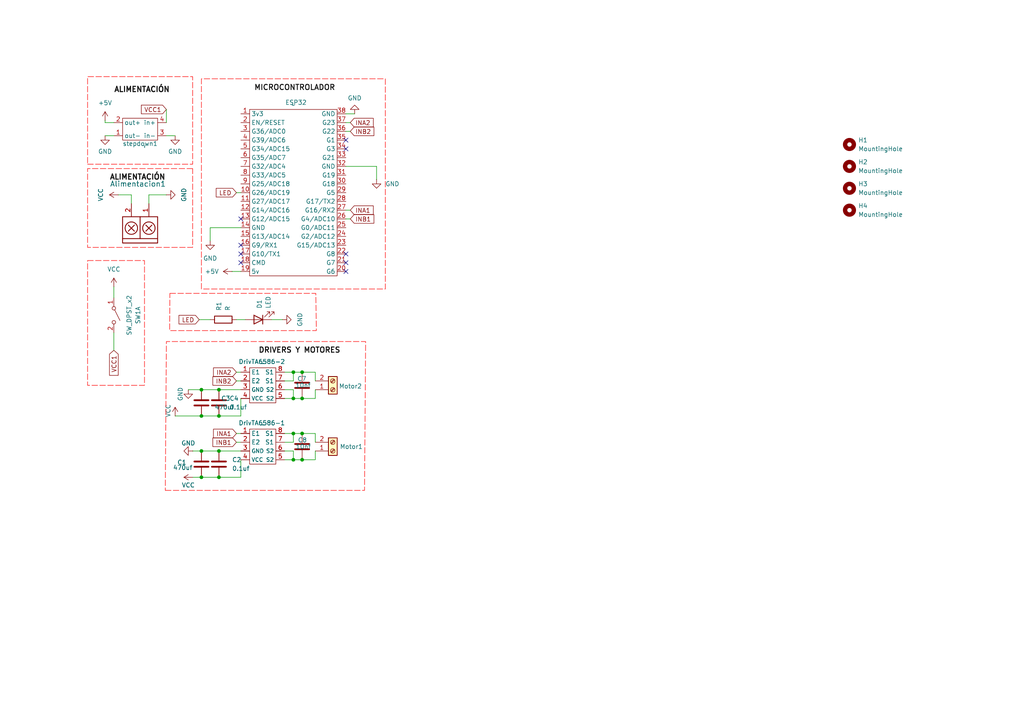
<source format=kicad_sch>
(kicad_sch
	(version 20250114)
	(generator "eeschema")
	(generator_version "9.0")
	(uuid "c3f7af8e-410c-471d-a134-bd5b21219e1c")
	(paper "A4")
	(lib_symbols
		(symbol "Connector:Screw_Terminal_01x02"
			(pin_names
				(offset 1.016)
				(hide yes)
			)
			(exclude_from_sim no)
			(in_bom yes)
			(on_board yes)
			(property "Reference" "J"
				(at 0 2.54 0)
				(effects
					(font
						(size 1.27 1.27)
					)
				)
			)
			(property "Value" "Screw_Terminal_01x02"
				(at 0 -5.08 0)
				(effects
					(font
						(size 1.27 1.27)
					)
				)
			)
			(property "Footprint" ""
				(at 0 0 0)
				(effects
					(font
						(size 1.27 1.27)
					)
					(hide yes)
				)
			)
			(property "Datasheet" "~"
				(at 0 0 0)
				(effects
					(font
						(size 1.27 1.27)
					)
					(hide yes)
				)
			)
			(property "Description" "Generic screw terminal, single row, 01x02, script generated (kicad-library-utils/schlib/autogen/connector/)"
				(at 0 0 0)
				(effects
					(font
						(size 1.27 1.27)
					)
					(hide yes)
				)
			)
			(property "ki_keywords" "screw terminal"
				(at 0 0 0)
				(effects
					(font
						(size 1.27 1.27)
					)
					(hide yes)
				)
			)
			(property "ki_fp_filters" "TerminalBlock*:*"
				(at 0 0 0)
				(effects
					(font
						(size 1.27 1.27)
					)
					(hide yes)
				)
			)
			(symbol "Screw_Terminal_01x02_1_1"
				(rectangle
					(start -1.27 1.27)
					(end 1.27 -3.81)
					(stroke
						(width 0.254)
						(type default)
					)
					(fill
						(type background)
					)
				)
				(polyline
					(pts
						(xy -0.5334 0.3302) (xy 0.3302 -0.508)
					)
					(stroke
						(width 0.1524)
						(type default)
					)
					(fill
						(type none)
					)
				)
				(polyline
					(pts
						(xy -0.5334 -2.2098) (xy 0.3302 -3.048)
					)
					(stroke
						(width 0.1524)
						(type default)
					)
					(fill
						(type none)
					)
				)
				(polyline
					(pts
						(xy -0.3556 0.508) (xy 0.508 -0.3302)
					)
					(stroke
						(width 0.1524)
						(type default)
					)
					(fill
						(type none)
					)
				)
				(polyline
					(pts
						(xy -0.3556 -2.032) (xy 0.508 -2.8702)
					)
					(stroke
						(width 0.1524)
						(type default)
					)
					(fill
						(type none)
					)
				)
				(circle
					(center 0 0)
					(radius 0.635)
					(stroke
						(width 0.1524)
						(type default)
					)
					(fill
						(type none)
					)
				)
				(circle
					(center 0 -2.54)
					(radius 0.635)
					(stroke
						(width 0.1524)
						(type default)
					)
					(fill
						(type none)
					)
				)
				(pin passive line
					(at -5.08 0 0)
					(length 3.81)
					(name "Pin_1"
						(effects
							(font
								(size 1.27 1.27)
							)
						)
					)
					(number "1"
						(effects
							(font
								(size 1.27 1.27)
							)
						)
					)
				)
				(pin passive line
					(at -5.08 -2.54 0)
					(length 3.81)
					(name "Pin_2"
						(effects
							(font
								(size 1.27 1.27)
							)
						)
					)
					(number "2"
						(effects
							(font
								(size 1.27 1.27)
							)
						)
					)
				)
			)
			(embedded_fonts no)
		)
		(symbol "Device:C"
			(pin_numbers
				(hide yes)
			)
			(pin_names
				(offset 0.254)
			)
			(exclude_from_sim no)
			(in_bom yes)
			(on_board yes)
			(property "Reference" "C"
				(at 0.635 2.54 0)
				(effects
					(font
						(size 1.27 1.27)
					)
					(justify left)
				)
			)
			(property "Value" "C"
				(at 0.635 -2.54 0)
				(effects
					(font
						(size 1.27 1.27)
					)
					(justify left)
				)
			)
			(property "Footprint" ""
				(at 0.9652 -3.81 0)
				(effects
					(font
						(size 1.27 1.27)
					)
					(hide yes)
				)
			)
			(property "Datasheet" "~"
				(at 0 0 0)
				(effects
					(font
						(size 1.27 1.27)
					)
					(hide yes)
				)
			)
			(property "Description" "Unpolarized capacitor"
				(at 0 0 0)
				(effects
					(font
						(size 1.27 1.27)
					)
					(hide yes)
				)
			)
			(property "ki_keywords" "cap capacitor"
				(at 0 0 0)
				(effects
					(font
						(size 1.27 1.27)
					)
					(hide yes)
				)
			)
			(property "ki_fp_filters" "C_*"
				(at 0 0 0)
				(effects
					(font
						(size 1.27 1.27)
					)
					(hide yes)
				)
			)
			(symbol "C_0_1"
				(polyline
					(pts
						(xy -2.032 0.762) (xy 2.032 0.762)
					)
					(stroke
						(width 0.508)
						(type default)
					)
					(fill
						(type none)
					)
				)
				(polyline
					(pts
						(xy -2.032 -0.762) (xy 2.032 -0.762)
					)
					(stroke
						(width 0.508)
						(type default)
					)
					(fill
						(type none)
					)
				)
			)
			(symbol "C_1_1"
				(pin passive line
					(at 0 3.81 270)
					(length 2.794)
					(name "~"
						(effects
							(font
								(size 1.27 1.27)
							)
						)
					)
					(number "1"
						(effects
							(font
								(size 1.27 1.27)
							)
						)
					)
				)
				(pin passive line
					(at 0 -3.81 90)
					(length 2.794)
					(name "~"
						(effects
							(font
								(size 1.27 1.27)
							)
						)
					)
					(number "2"
						(effects
							(font
								(size 1.27 1.27)
							)
						)
					)
				)
			)
			(embedded_fonts no)
		)
		(symbol "Device:LED"
			(pin_numbers
				(hide yes)
			)
			(pin_names
				(offset 1.016)
				(hide yes)
			)
			(exclude_from_sim no)
			(in_bom yes)
			(on_board yes)
			(property "Reference" "D"
				(at 0 2.54 0)
				(effects
					(font
						(size 1.27 1.27)
					)
				)
			)
			(property "Value" "LED"
				(at 0 -2.54 0)
				(effects
					(font
						(size 1.27 1.27)
					)
				)
			)
			(property "Footprint" ""
				(at 0 0 0)
				(effects
					(font
						(size 1.27 1.27)
					)
					(hide yes)
				)
			)
			(property "Datasheet" "~"
				(at 0 0 0)
				(effects
					(font
						(size 1.27 1.27)
					)
					(hide yes)
				)
			)
			(property "Description" "Light emitting diode"
				(at 0 0 0)
				(effects
					(font
						(size 1.27 1.27)
					)
					(hide yes)
				)
			)
			(property "Sim.Pins" "1=K 2=A"
				(at 0 0 0)
				(effects
					(font
						(size 1.27 1.27)
					)
					(hide yes)
				)
			)
			(property "ki_keywords" "LED diode"
				(at 0 0 0)
				(effects
					(font
						(size 1.27 1.27)
					)
					(hide yes)
				)
			)
			(property "ki_fp_filters" "LED* LED_SMD:* LED_THT:*"
				(at 0 0 0)
				(effects
					(font
						(size 1.27 1.27)
					)
					(hide yes)
				)
			)
			(symbol "LED_0_1"
				(polyline
					(pts
						(xy -3.048 -0.762) (xy -4.572 -2.286) (xy -3.81 -2.286) (xy -4.572 -2.286) (xy -4.572 -1.524)
					)
					(stroke
						(width 0)
						(type default)
					)
					(fill
						(type none)
					)
				)
				(polyline
					(pts
						(xy -1.778 -0.762) (xy -3.302 -2.286) (xy -2.54 -2.286) (xy -3.302 -2.286) (xy -3.302 -1.524)
					)
					(stroke
						(width 0)
						(type default)
					)
					(fill
						(type none)
					)
				)
				(polyline
					(pts
						(xy -1.27 0) (xy 1.27 0)
					)
					(stroke
						(width 0)
						(type default)
					)
					(fill
						(type none)
					)
				)
				(polyline
					(pts
						(xy -1.27 -1.27) (xy -1.27 1.27)
					)
					(stroke
						(width 0.254)
						(type default)
					)
					(fill
						(type none)
					)
				)
				(polyline
					(pts
						(xy 1.27 -1.27) (xy 1.27 1.27) (xy -1.27 0) (xy 1.27 -1.27)
					)
					(stroke
						(width 0.254)
						(type default)
					)
					(fill
						(type none)
					)
				)
			)
			(symbol "LED_1_1"
				(pin passive line
					(at -3.81 0 0)
					(length 2.54)
					(name "K"
						(effects
							(font
								(size 1.27 1.27)
							)
						)
					)
					(number "1"
						(effects
							(font
								(size 1.27 1.27)
							)
						)
					)
				)
				(pin passive line
					(at 3.81 0 180)
					(length 2.54)
					(name "A"
						(effects
							(font
								(size 1.27 1.27)
							)
						)
					)
					(number "2"
						(effects
							(font
								(size 1.27 1.27)
							)
						)
					)
				)
			)
			(embedded_fonts no)
		)
		(symbol "Device:R"
			(pin_numbers
				(hide yes)
			)
			(pin_names
				(offset 0)
			)
			(exclude_from_sim no)
			(in_bom yes)
			(on_board yes)
			(property "Reference" "R"
				(at 2.032 0 90)
				(effects
					(font
						(size 1.27 1.27)
					)
				)
			)
			(property "Value" "R"
				(at 0 0 90)
				(effects
					(font
						(size 1.27 1.27)
					)
				)
			)
			(property "Footprint" ""
				(at -1.778 0 90)
				(effects
					(font
						(size 1.27 1.27)
					)
					(hide yes)
				)
			)
			(property "Datasheet" "~"
				(at 0 0 0)
				(effects
					(font
						(size 1.27 1.27)
					)
					(hide yes)
				)
			)
			(property "Description" "Resistor"
				(at 0 0 0)
				(effects
					(font
						(size 1.27 1.27)
					)
					(hide yes)
				)
			)
			(property "ki_keywords" "R res resistor"
				(at 0 0 0)
				(effects
					(font
						(size 1.27 1.27)
					)
					(hide yes)
				)
			)
			(property "ki_fp_filters" "R_*"
				(at 0 0 0)
				(effects
					(font
						(size 1.27 1.27)
					)
					(hide yes)
				)
			)
			(symbol "R_0_1"
				(rectangle
					(start -1.016 -2.54)
					(end 1.016 2.54)
					(stroke
						(width 0.254)
						(type default)
					)
					(fill
						(type none)
					)
				)
			)
			(symbol "R_1_1"
				(pin passive line
					(at 0 3.81 270)
					(length 1.27)
					(name "~"
						(effects
							(font
								(size 1.27 1.27)
							)
						)
					)
					(number "1"
						(effects
							(font
								(size 1.27 1.27)
							)
						)
					)
				)
				(pin passive line
					(at 0 -3.81 90)
					(length 1.27)
					(name "~"
						(effects
							(font
								(size 1.27 1.27)
							)
						)
					)
					(number "2"
						(effects
							(font
								(size 1.27 1.27)
							)
						)
					)
				)
			)
			(embedded_fonts no)
		)
		(symbol "EESTN5:TB_1X2"
			(pin_names
				(offset 1.016)
			)
			(exclude_from_sim no)
			(in_bom yes)
			(on_board yes)
			(property "Reference" "J"
				(at 0 7.62 0)
				(effects
					(font
						(size 1.524 1.524)
					)
				)
			)
			(property "Value" "TB_1X2"
				(at 1.27 -7.62 0)
				(effects
					(font
						(size 1.524 1.524)
					)
				)
			)
			(property "Footprint" ""
				(at -1.27 1.27 0)
				(effects
					(font
						(size 1.524 1.524)
					)
				)
			)
			(property "Datasheet" ""
				(at -1.27 1.27 0)
				(effects
					(font
						(size 1.524 1.524)
					)
				)
			)
			(property "Description" ""
				(at 0 0 0)
				(effects
					(font
						(size 1.27 1.27)
					)
					(hide yes)
				)
			)
			(property "ki_fp_filters" "BORNERA* TB*"
				(at 0 0 0)
				(effects
					(font
						(size 1.27 1.27)
					)
					(hide yes)
				)
			)
			(symbol "TB_1X2_0_1"
				(rectangle
					(start -2.54 5.08)
					(end 5.08 -5.08)
					(stroke
						(width 0.254)
						(type solid)
					)
					(fill
						(type none)
					)
				)
				(polyline
					(pts
						(xy -1.27 5.08) (xy -1.27 -5.08)
					)
					(stroke
						(width 0.254)
						(type solid)
					)
					(fill
						(type none)
					)
				)
				(polyline
					(pts
						(xy -1.27 0) (xy 5.08 0)
					)
					(stroke
						(width 0.254)
						(type solid)
					)
					(fill
						(type none)
					)
				)
				(polyline
					(pts
						(xy 0.889 3.429) (xy 2.667 1.651)
					)
					(stroke
						(width 0.254)
						(type solid)
					)
					(fill
						(type none)
					)
				)
				(polyline
					(pts
						(xy 0.889 1.651) (xy 2.667 3.429)
					)
					(stroke
						(width 0.254)
						(type solid)
					)
					(fill
						(type none)
					)
				)
				(polyline
					(pts
						(xy 0.889 -1.651) (xy 2.667 -3.429)
					)
					(stroke
						(width 0.254)
						(type solid)
					)
					(fill
						(type none)
					)
				)
				(polyline
					(pts
						(xy 0.889 -3.429) (xy 2.667 -1.651)
					)
					(stroke
						(width 0.254)
						(type solid)
					)
					(fill
						(type none)
					)
				)
				(circle
					(center 1.778 2.54)
					(radius 1.8034)
					(stroke
						(width 0.254)
						(type solid)
					)
					(fill
						(type none)
					)
				)
				(circle
					(center 1.778 -2.54)
					(radius 1.8034)
					(stroke
						(width 0.254)
						(type solid)
					)
					(fill
						(type none)
					)
				)
			)
			(symbol "TB_1X2_1_1"
				(pin input line
					(at 8.89 2.54 180)
					(length 3.81)
					(name "~"
						(effects
							(font
								(size 1.27 1.27)
							)
						)
					)
					(number "1"
						(effects
							(font
								(size 1.27 1.27)
							)
						)
					)
				)
				(pin input line
					(at 8.89 -2.54 180)
					(length 3.81)
					(name "~"
						(effects
							(font
								(size 1.27 1.27)
							)
						)
					)
					(number "2"
						(effects
							(font
								(size 1.27 1.27)
							)
						)
					)
				)
			)
			(embedded_fonts no)
		)
		(symbol "Mechanical:MountingHole"
			(pin_names
				(offset 1.016)
			)
			(exclude_from_sim no)
			(in_bom no)
			(on_board yes)
			(property "Reference" "H"
				(at 0 5.08 0)
				(effects
					(font
						(size 1.27 1.27)
					)
				)
			)
			(property "Value" "MountingHole"
				(at 0 3.175 0)
				(effects
					(font
						(size 1.27 1.27)
					)
				)
			)
			(property "Footprint" ""
				(at 0 0 0)
				(effects
					(font
						(size 1.27 1.27)
					)
					(hide yes)
				)
			)
			(property "Datasheet" "~"
				(at 0 0 0)
				(effects
					(font
						(size 1.27 1.27)
					)
					(hide yes)
				)
			)
			(property "Description" "Mounting Hole without connection"
				(at 0 0 0)
				(effects
					(font
						(size 1.27 1.27)
					)
					(hide yes)
				)
			)
			(property "ki_keywords" "mounting hole"
				(at 0 0 0)
				(effects
					(font
						(size 1.27 1.27)
					)
					(hide yes)
				)
			)
			(property "ki_fp_filters" "MountingHole*"
				(at 0 0 0)
				(effects
					(font
						(size 1.27 1.27)
					)
					(hide yes)
				)
			)
			(symbol "MountingHole_0_1"
				(circle
					(center 0 0)
					(radius 1.27)
					(stroke
						(width 1.27)
						(type default)
					)
					(fill
						(type none)
					)
				)
			)
			(embedded_fonts no)
		)
		(symbol "New_Library_Triatlón:Esp32_38"
			(exclude_from_sim no)
			(in_bom yes)
			(on_board yes)
			(property "Reference" "U"
				(at 0 14.224 0)
				(effects
					(font
						(size 1.27 1.27)
					)
				)
			)
			(property "Value" ""
				(at 0 0 0)
				(effects
					(font
						(size 1.27 1.27)
					)
				)
			)
			(property "Footprint" ""
				(at 0 0 0)
				(effects
					(font
						(size 1.27 1.27)
					)
					(hide yes)
				)
			)
			(property "Datasheet" ""
				(at 0 0 0)
				(effects
					(font
						(size 1.27 1.27)
					)
					(hide yes)
				)
			)
			(property "Description" ""
				(at 0 0 0)
				(effects
					(font
						(size 1.27 1.27)
					)
					(hide yes)
				)
			)
			(symbol "Esp32_38_0_1"
				(rectangle
					(start -12.7 10.16)
					(end 12.7 -38.1)
					(stroke
						(width 0)
						(type default)
					)
					(fill
						(type none)
					)
				)
			)
			(symbol "Esp32_38_1_1"
				(pin input line
					(at -15.24 8.89 0)
					(length 2.54)
					(name "3v3"
						(effects
							(font
								(size 1.27 1.27)
							)
						)
					)
					(number "1"
						(effects
							(font
								(size 1.27 1.27)
							)
						)
					)
				)
				(pin bidirectional line
					(at -15.24 6.35 0)
					(length 2.54)
					(name "EN/RESET"
						(effects
							(font
								(size 1.27 1.27)
							)
						)
					)
					(number "2"
						(effects
							(font
								(size 1.27 1.27)
							)
						)
					)
				)
				(pin bidirectional line
					(at -15.24 3.81 0)
					(length 2.54)
					(name "G36/ADC0"
						(effects
							(font
								(size 1.27 1.27)
							)
						)
					)
					(number "3"
						(effects
							(font
								(size 1.27 1.27)
							)
						)
					)
				)
				(pin bidirectional line
					(at -15.24 1.27 0)
					(length 2.54)
					(name "G39/ADC6"
						(effects
							(font
								(size 1.27 1.27)
							)
						)
					)
					(number "4"
						(effects
							(font
								(size 1.27 1.27)
							)
						)
					)
				)
				(pin bidirectional line
					(at -15.24 -1.27 0)
					(length 2.54)
					(name "G34/ADC15"
						(effects
							(font
								(size 1.27 1.27)
							)
						)
					)
					(number "5"
						(effects
							(font
								(size 1.27 1.27)
							)
						)
					)
				)
				(pin bidirectional line
					(at -15.24 -3.81 0)
					(length 2.54)
					(name "G35/ADC7"
						(effects
							(font
								(size 1.27 1.27)
							)
						)
					)
					(number "6"
						(effects
							(font
								(size 1.27 1.27)
							)
						)
					)
				)
				(pin bidirectional line
					(at -15.24 -6.35 0)
					(length 2.54)
					(name "G32/ADC4"
						(effects
							(font
								(size 1.27 1.27)
							)
						)
					)
					(number "7"
						(effects
							(font
								(size 1.27 1.27)
							)
						)
					)
				)
				(pin bidirectional line
					(at -15.24 -8.89 0)
					(length 2.54)
					(name "G33/ADC5"
						(effects
							(font
								(size 1.27 1.27)
							)
						)
					)
					(number "8"
						(effects
							(font
								(size 1.27 1.27)
							)
						)
					)
				)
				(pin bidirectional line
					(at -15.24 -11.43 0)
					(length 2.54)
					(name "G25/ADC18"
						(effects
							(font
								(size 1.27 1.27)
							)
						)
					)
					(number "9"
						(effects
							(font
								(size 1.27 1.27)
							)
						)
					)
				)
				(pin bidirectional line
					(at -15.24 -13.97 0)
					(length 2.54)
					(name "G26/ADC19"
						(effects
							(font
								(size 1.27 1.27)
							)
						)
					)
					(number "10"
						(effects
							(font
								(size 1.27 1.27)
							)
						)
					)
				)
				(pin bidirectional line
					(at -15.24 -16.51 0)
					(length 2.54)
					(name "G27/ADC17"
						(effects
							(font
								(size 1.27 1.27)
							)
						)
					)
					(number "11"
						(effects
							(font
								(size 1.27 1.27)
							)
						)
					)
				)
				(pin bidirectional line
					(at -15.24 -19.05 0)
					(length 2.54)
					(name "G14/ADC16"
						(effects
							(font
								(size 1.27 1.27)
							)
						)
					)
					(number "12"
						(effects
							(font
								(size 1.27 1.27)
							)
						)
					)
				)
				(pin bidirectional line
					(at -15.24 -21.59 0)
					(length 2.54)
					(name "G12/ADC15"
						(effects
							(font
								(size 1.27 1.27)
							)
						)
					)
					(number "13"
						(effects
							(font
								(size 1.27 1.27)
							)
						)
					)
				)
				(pin output line
					(at -15.24 -24.13 0)
					(length 2.54)
					(name "GND"
						(effects
							(font
								(size 1.27 1.27)
							)
						)
					)
					(number "14"
						(effects
							(font
								(size 1.27 1.27)
							)
						)
					)
				)
				(pin bidirectional line
					(at -15.24 -26.67 0)
					(length 2.54)
					(name "G13/ADC14"
						(effects
							(font
								(size 1.27 1.27)
							)
						)
					)
					(number "15"
						(effects
							(font
								(size 1.27 1.27)
							)
						)
					)
				)
				(pin bidirectional line
					(at -15.24 -29.21 0)
					(length 2.54)
					(name "G9/RX1"
						(effects
							(font
								(size 1.27 1.27)
							)
						)
					)
					(number "16"
						(effects
							(font
								(size 1.27 1.27)
							)
						)
					)
				)
				(pin bidirectional line
					(at -15.24 -31.75 0)
					(length 2.54)
					(name "G10/TX1"
						(effects
							(font
								(size 1.27 1.27)
							)
						)
					)
					(number "17"
						(effects
							(font
								(size 1.27 1.27)
							)
						)
					)
				)
				(pin bidirectional line
					(at -15.24 -34.29 0)
					(length 2.54)
					(name "CMD"
						(effects
							(font
								(size 1.27 1.27)
							)
						)
					)
					(number "18"
						(effects
							(font
								(size 1.27 1.27)
							)
						)
					)
				)
				(pin input line
					(at -15.24 -36.83 0)
					(length 2.54)
					(name "5v"
						(effects
							(font
								(size 1.27 1.27)
							)
						)
					)
					(number "19"
						(effects
							(font
								(size 1.27 1.27)
							)
						)
					)
				)
				(pin output line
					(at 15.24 8.89 180)
					(length 2.54)
					(name "GND"
						(effects
							(font
								(size 1.27 1.27)
							)
						)
					)
					(number "38"
						(effects
							(font
								(size 1.27 1.27)
							)
						)
					)
				)
				(pin bidirectional line
					(at 15.24 6.35 180)
					(length 2.54)
					(name "G23"
						(effects
							(font
								(size 1.27 1.27)
							)
						)
					)
					(number "37"
						(effects
							(font
								(size 1.27 1.27)
							)
						)
					)
				)
				(pin bidirectional line
					(at 15.24 3.81 180)
					(length 2.54)
					(name "G22"
						(effects
							(font
								(size 1.27 1.27)
							)
						)
					)
					(number "36"
						(effects
							(font
								(size 1.27 1.27)
							)
						)
					)
				)
				(pin bidirectional line
					(at 15.24 1.27 180)
					(length 2.54)
					(name "G1"
						(effects
							(font
								(size 1.27 1.27)
							)
						)
					)
					(number "35"
						(effects
							(font
								(size 1.27 1.27)
							)
						)
					)
				)
				(pin bidirectional line
					(at 15.24 -1.27 180)
					(length 2.54)
					(name "G3"
						(effects
							(font
								(size 1.27 1.27)
							)
						)
					)
					(number "34"
						(effects
							(font
								(size 1.27 1.27)
							)
						)
					)
				)
				(pin bidirectional line
					(at 15.24 -3.81 180)
					(length 2.54)
					(name "G21"
						(effects
							(font
								(size 1.27 1.27)
							)
						)
					)
					(number "33"
						(effects
							(font
								(size 1.27 1.27)
							)
						)
					)
				)
				(pin output line
					(at 15.24 -6.35 180)
					(length 2.54)
					(name "GND"
						(effects
							(font
								(size 1.27 1.27)
							)
						)
					)
					(number "32"
						(effects
							(font
								(size 1.27 1.27)
							)
						)
					)
				)
				(pin bidirectional line
					(at 15.24 -8.89 180)
					(length 2.54)
					(name "G19"
						(effects
							(font
								(size 1.27 1.27)
							)
						)
					)
					(number "31"
						(effects
							(font
								(size 1.27 1.27)
							)
						)
					)
				)
				(pin bidirectional line
					(at 15.24 -11.43 180)
					(length 2.54)
					(name "G18"
						(effects
							(font
								(size 1.27 1.27)
							)
						)
					)
					(number "30"
						(effects
							(font
								(size 1.27 1.27)
							)
						)
					)
				)
				(pin bidirectional line
					(at 15.24 -13.97 180)
					(length 2.54)
					(name "G5"
						(effects
							(font
								(size 1.27 1.27)
							)
						)
					)
					(number "29"
						(effects
							(font
								(size 1.27 1.27)
							)
						)
					)
				)
				(pin bidirectional line
					(at 15.24 -16.51 180)
					(length 2.54)
					(name "G17/TX2"
						(effects
							(font
								(size 1.27 1.27)
							)
						)
					)
					(number "28"
						(effects
							(font
								(size 1.27 1.27)
							)
						)
					)
				)
				(pin bidirectional line
					(at 15.24 -19.05 180)
					(length 2.54)
					(name "G16/RX2"
						(effects
							(font
								(size 1.27 1.27)
							)
						)
					)
					(number "27"
						(effects
							(font
								(size 1.27 1.27)
							)
						)
					)
				)
				(pin bidirectional line
					(at 15.24 -21.59 180)
					(length 2.54)
					(name "G4/ADC10"
						(effects
							(font
								(size 1.27 1.27)
							)
						)
					)
					(number "26"
						(effects
							(font
								(size 1.27 1.27)
							)
						)
					)
				)
				(pin bidirectional line
					(at 15.24 -24.13 180)
					(length 2.54)
					(name "G0/ADC11"
						(effects
							(font
								(size 1.27 1.27)
							)
						)
					)
					(number "25"
						(effects
							(font
								(size 1.27 1.27)
							)
						)
					)
				)
				(pin bidirectional line
					(at 15.24 -26.67 180)
					(length 2.54)
					(name "G2/ADC12"
						(effects
							(font
								(size 1.27 1.27)
							)
						)
					)
					(number "24"
						(effects
							(font
								(size 1.27 1.27)
							)
						)
					)
				)
				(pin bidirectional line
					(at 15.24 -29.21 180)
					(length 2.54)
					(name "G15/ADC13"
						(effects
							(font
								(size 1.27 1.27)
							)
						)
					)
					(number "23"
						(effects
							(font
								(size 1.27 1.27)
							)
						)
					)
				)
				(pin bidirectional line
					(at 15.24 -31.75 180)
					(length 2.54)
					(name "G8"
						(effects
							(font
								(size 1.27 1.27)
							)
						)
					)
					(number "22"
						(effects
							(font
								(size 1.27 1.27)
							)
						)
					)
				)
				(pin bidirectional line
					(at 15.24 -34.29 180)
					(length 2.54)
					(name "G7"
						(effects
							(font
								(size 1.27 1.27)
							)
						)
					)
					(number "21"
						(effects
							(font
								(size 1.27 1.27)
							)
						)
					)
				)
				(pin bidirectional line
					(at 15.24 -36.83 180)
					(length 2.54)
					(name "G6"
						(effects
							(font
								(size 1.27 1.27)
							)
						)
					)
					(number "20"
						(effects
							(font
								(size 1.27 1.27)
							)
						)
					)
				)
			)
			(embedded_fonts no)
		)
		(symbol "New_Library_Triatlón:TA6586"
			(exclude_from_sim no)
			(in_bom yes)
			(on_board yes)
			(property "Reference" "DriverTA6586"
				(at -7.366 7.112 0)
				(effects
					(font
						(size 1.27 1.27)
					)
				)
			)
			(property "Value" ""
				(at 0 0 0)
				(effects
					(font
						(size 1.27 1.27)
					)
				)
			)
			(property "Footprint" ""
				(at 0 0 0)
				(effects
					(font
						(size 1.27 1.27)
					)
					(hide yes)
				)
			)
			(property "Datasheet" ""
				(at 0 0 0)
				(effects
					(font
						(size 1.27 1.27)
					)
					(hide yes)
				)
			)
			(property "Description" ""
				(at 0 0 0)
				(effects
					(font
						(size 1.27 1.27)
					)
					(hide yes)
				)
			)
			(symbol "TA6586_0_1"
				(rectangle
					(start -11.43 5.08)
					(end -3.81 -5.08)
					(stroke
						(width 0)
						(type default)
					)
					(fill
						(type none)
					)
				)
			)
			(symbol "TA6586_1_1"
				(pin bidirectional line
					(at -13.97 3.81 0)
					(length 2.54)
					(name "E1"
						(effects
							(font
								(size 1.27 1.27)
							)
						)
					)
					(number "1"
						(effects
							(font
								(size 1.27 1.27)
							)
						)
					)
				)
				(pin bidirectional line
					(at -13.97 1.27 0)
					(length 2.54)
					(name "E2"
						(effects
							(font
								(size 1.27 1.27)
							)
						)
					)
					(number "2"
						(effects
							(font
								(size 1.27 1.27)
							)
						)
					)
				)
				(pin output line
					(at -13.97 -1.27 0)
					(length 2.54)
					(name "GND"
						(effects
							(font
								(size 1.143 1.143)
							)
						)
					)
					(number "3"
						(effects
							(font
								(size 1.27 1.27)
							)
						)
					)
				)
				(pin input line
					(at -13.97 -3.81 0)
					(length 2.54)
					(name "VCC"
						(effects
							(font
								(size 1.143 1.143)
							)
						)
					)
					(number "4"
						(effects
							(font
								(size 1.27 1.27)
							)
						)
					)
				)
				(pin bidirectional line
					(at -1.27 3.81 180)
					(length 2.54)
					(name "S1"
						(effects
							(font
								(size 1.27 1.27)
							)
						)
					)
					(number "8"
						(effects
							(font
								(size 1.27 1.27)
							)
						)
					)
				)
				(pin bidirectional line
					(at -1.27 1.27 180)
					(length 2.54)
					(name "S1"
						(effects
							(font
								(size 1.27 1.27)
							)
						)
					)
					(number "7"
						(effects
							(font
								(size 1.27 1.27)
							)
						)
					)
				)
				(pin bidirectional line
					(at -1.27 -1.27 180)
					(length 2.54)
					(name "S2"
						(effects
							(font
								(size 1.143 1.143)
							)
						)
					)
					(number "6"
						(effects
							(font
								(size 1.27 1.27)
							)
						)
					)
				)
				(pin bidirectional line
					(at -1.27 -3.81 180)
					(length 2.54)
					(name "S2"
						(effects
							(font
								(size 1.143 1.143)
							)
						)
					)
					(number "5"
						(effects
							(font
								(size 1.27 1.27)
							)
						)
					)
				)
			)
			(embedded_fonts no)
		)
		(symbol "New_Library_Triatlón:step_down"
			(exclude_from_sim no)
			(in_bom yes)
			(on_board yes)
			(property "Reference" "U"
				(at 0 0 0)
				(effects
					(font
						(size 1.27 1.27)
					)
				)
			)
			(property "Value" ""
				(at 0 0 0)
				(effects
					(font
						(size 1.27 1.27)
					)
				)
			)
			(property "Footprint" ""
				(at 0 0 0)
				(effects
					(font
						(size 1.27 1.27)
					)
					(hide yes)
				)
			)
			(property "Datasheet" ""
				(at 0 0 0)
				(effects
					(font
						(size 1.27 1.27)
					)
					(hide yes)
				)
			)
			(property "Description" ""
				(at 0 0 0)
				(effects
					(font
						(size 1.27 1.27)
					)
					(hide yes)
				)
			)
			(symbol "step_down_0_1"
				(rectangle
					(start -5.08 -1.27)
					(end 5.08 -7.62)
					(stroke
						(width 0)
						(type default)
					)
					(fill
						(type none)
					)
				)
			)
			(symbol "step_down_1_1"
				(pin input line
					(at -7.62 -2.54 0)
					(length 2.54)
					(name "out-"
						(effects
							(font
								(size 1.27 1.27)
							)
						)
					)
					(number "1"
						(effects
							(font
								(size 1.27 1.27)
							)
						)
					)
				)
				(pin input line
					(at -7.62 -6.35 0)
					(length 2.54)
					(name "out+"
						(effects
							(font
								(size 1.27 1.27)
							)
						)
					)
					(number "2"
						(effects
							(font
								(size 1.27 1.27)
							)
						)
					)
				)
				(pin input line
					(at 7.62 -2.54 180)
					(length 2.54)
					(name "in-"
						(effects
							(font
								(size 1.27 1.27)
							)
						)
					)
					(number "3"
						(effects
							(font
								(size 1.27 1.27)
							)
						)
					)
				)
				(pin input line
					(at 7.62 -6.35 180)
					(length 2.54)
					(name "in+"
						(effects
							(font
								(size 1.27 1.27)
							)
						)
					)
					(number "4"
						(effects
							(font
								(size 1.27 1.27)
							)
						)
					)
				)
			)
			(embedded_fonts no)
		)
		(symbol "Switch:SW_DPST_x2"
			(pin_names
				(offset 0)
				(hide yes)
			)
			(exclude_from_sim no)
			(in_bom yes)
			(on_board yes)
			(property "Reference" "SW"
				(at 0 3.175 0)
				(effects
					(font
						(size 1.27 1.27)
					)
				)
			)
			(property "Value" "SW_DPST_x2"
				(at 0 -2.54 0)
				(effects
					(font
						(size 1.27 1.27)
					)
				)
			)
			(property "Footprint" ""
				(at 0 0 0)
				(effects
					(font
						(size 1.27 1.27)
					)
					(hide yes)
				)
			)
			(property "Datasheet" "~"
				(at 0 0 0)
				(effects
					(font
						(size 1.27 1.27)
					)
					(hide yes)
				)
			)
			(property "Description" "Single Pole Single Throw (SPST) switch, separate symbol"
				(at 0 0 0)
				(effects
					(font
						(size 1.27 1.27)
					)
					(hide yes)
				)
			)
			(property "ki_keywords" "switch lever"
				(at 0 0 0)
				(effects
					(font
						(size 1.27 1.27)
					)
					(hide yes)
				)
			)
			(symbol "SW_DPST_x2_0_0"
				(circle
					(center -2.032 0)
					(radius 0.508)
					(stroke
						(width 0)
						(type default)
					)
					(fill
						(type none)
					)
				)
				(polyline
					(pts
						(xy -1.524 0.254) (xy 1.524 1.778)
					)
					(stroke
						(width 0)
						(type default)
					)
					(fill
						(type none)
					)
				)
				(circle
					(center 2.032 0)
					(radius 0.508)
					(stroke
						(width 0)
						(type default)
					)
					(fill
						(type none)
					)
				)
			)
			(symbol "SW_DPST_x2_1_1"
				(pin passive line
					(at -5.08 0 0)
					(length 2.54)
					(name "A"
						(effects
							(font
								(size 1.27 1.27)
							)
						)
					)
					(number "1"
						(effects
							(font
								(size 1.27 1.27)
							)
						)
					)
				)
				(pin passive line
					(at 5.08 0 180)
					(length 2.54)
					(name "B"
						(effects
							(font
								(size 1.27 1.27)
							)
						)
					)
					(number "2"
						(effects
							(font
								(size 1.27 1.27)
							)
						)
					)
				)
			)
			(symbol "SW_DPST_x2_2_1"
				(pin passive line
					(at -5.08 0 0)
					(length 2.54)
					(name "A"
						(effects
							(font
								(size 1.27 1.27)
							)
						)
					)
					(number "3"
						(effects
							(font
								(size 1.27 1.27)
							)
						)
					)
				)
				(pin passive line
					(at 5.08 0 180)
					(length 2.54)
					(name "B"
						(effects
							(font
								(size 1.27 1.27)
							)
						)
					)
					(number "4"
						(effects
							(font
								(size 1.27 1.27)
							)
						)
					)
				)
			)
			(embedded_fonts no)
		)
		(symbol "TA6586_1"
			(exclude_from_sim no)
			(in_bom yes)
			(on_board yes)
			(property "Reference" "DriverTA6586"
				(at -7.366 7.112 0)
				(effects
					(font
						(size 1.27 1.27)
					)
				)
			)
			(property "Value" ""
				(at 0 0 0)
				(effects
					(font
						(size 1.27 1.27)
					)
				)
			)
			(property "Footprint" ""
				(at 0 0 0)
				(effects
					(font
						(size 1.27 1.27)
					)
					(hide yes)
				)
			)
			(property "Datasheet" ""
				(at 0 0 0)
				(effects
					(font
						(size 1.27 1.27)
					)
					(hide yes)
				)
			)
			(property "Description" ""
				(at 0 0 0)
				(effects
					(font
						(size 1.27 1.27)
					)
					(hide yes)
				)
			)
			(symbol "TA6586_1_0_1"
				(rectangle
					(start -11.43 5.08)
					(end -3.81 -5.08)
					(stroke
						(width 0)
						(type default)
					)
					(fill
						(type none)
					)
				)
			)
			(symbol "TA6586_1_1_1"
				(pin bidirectional line
					(at -13.97 3.81 0)
					(length 2.54)
					(name "E1"
						(effects
							(font
								(size 1.27 1.27)
							)
						)
					)
					(number "1"
						(effects
							(font
								(size 1.27 1.27)
							)
						)
					)
				)
				(pin bidirectional line
					(at -13.97 1.27 0)
					(length 2.54)
					(name "E2"
						(effects
							(font
								(size 1.27 1.27)
							)
						)
					)
					(number "2"
						(effects
							(font
								(size 1.27 1.27)
							)
						)
					)
				)
				(pin output line
					(at -13.97 -1.27 0)
					(length 2.54)
					(name "GND"
						(effects
							(font
								(size 1.143 1.143)
							)
						)
					)
					(number "3"
						(effects
							(font
								(size 1.27 1.27)
							)
						)
					)
				)
				(pin input line
					(at -13.97 -3.81 0)
					(length 2.54)
					(name "VCC"
						(effects
							(font
								(size 1.143 1.143)
							)
						)
					)
					(number "4"
						(effects
							(font
								(size 1.27 1.27)
							)
						)
					)
				)
				(pin bidirectional line
					(at -1.27 3.81 180)
					(length 2.54)
					(name "S1"
						(effects
							(font
								(size 1.27 1.27)
							)
						)
					)
					(number "8"
						(effects
							(font
								(size 1.27 1.27)
							)
						)
					)
				)
				(pin bidirectional line
					(at -1.27 1.27 180)
					(length 2.54)
					(name "S1"
						(effects
							(font
								(size 1.27 1.27)
							)
						)
					)
					(number "7"
						(effects
							(font
								(size 1.27 1.27)
							)
						)
					)
				)
				(pin bidirectional line
					(at -1.27 -1.27 180)
					(length 2.54)
					(name "S2"
						(effects
							(font
								(size 1.143 1.143)
							)
						)
					)
					(number "6"
						(effects
							(font
								(size 1.27 1.27)
							)
						)
					)
				)
				(pin bidirectional line
					(at -1.27 -3.81 180)
					(length 2.54)
					(name "S2"
						(effects
							(font
								(size 1.143 1.143)
							)
						)
					)
					(number "5"
						(effects
							(font
								(size 1.27 1.27)
							)
						)
					)
				)
			)
			(embedded_fonts no)
		)
		(symbol "power:+5V"
			(power)
			(pin_numbers
				(hide yes)
			)
			(pin_names
				(offset 0)
				(hide yes)
			)
			(exclude_from_sim no)
			(in_bom yes)
			(on_board yes)
			(property "Reference" "#PWR"
				(at 0 -3.81 0)
				(effects
					(font
						(size 1.27 1.27)
					)
					(hide yes)
				)
			)
			(property "Value" "+5V"
				(at 0 3.556 0)
				(effects
					(font
						(size 1.27 1.27)
					)
				)
			)
			(property "Footprint" ""
				(at 0 0 0)
				(effects
					(font
						(size 1.27 1.27)
					)
					(hide yes)
				)
			)
			(property "Datasheet" ""
				(at 0 0 0)
				(effects
					(font
						(size 1.27 1.27)
					)
					(hide yes)
				)
			)
			(property "Description" "Power symbol creates a global label with name \"+5V\""
				(at 0 0 0)
				(effects
					(font
						(size 1.27 1.27)
					)
					(hide yes)
				)
			)
			(property "ki_keywords" "global power"
				(at 0 0 0)
				(effects
					(font
						(size 1.27 1.27)
					)
					(hide yes)
				)
			)
			(symbol "+5V_0_1"
				(polyline
					(pts
						(xy -0.762 1.27) (xy 0 2.54)
					)
					(stroke
						(width 0)
						(type default)
					)
					(fill
						(type none)
					)
				)
				(polyline
					(pts
						(xy 0 2.54) (xy 0.762 1.27)
					)
					(stroke
						(width 0)
						(type default)
					)
					(fill
						(type none)
					)
				)
				(polyline
					(pts
						(xy 0 0) (xy 0 2.54)
					)
					(stroke
						(width 0)
						(type default)
					)
					(fill
						(type none)
					)
				)
			)
			(symbol "+5V_1_1"
				(pin power_in line
					(at 0 0 90)
					(length 0)
					(name "~"
						(effects
							(font
								(size 1.27 1.27)
							)
						)
					)
					(number "1"
						(effects
							(font
								(size 1.27 1.27)
							)
						)
					)
				)
			)
			(embedded_fonts no)
		)
		(symbol "power:GND"
			(power)
			(pin_numbers
				(hide yes)
			)
			(pin_names
				(offset 0)
				(hide yes)
			)
			(exclude_from_sim no)
			(in_bom yes)
			(on_board yes)
			(property "Reference" "#PWR"
				(at 0 -6.35 0)
				(effects
					(font
						(size 1.27 1.27)
					)
					(hide yes)
				)
			)
			(property "Value" "GND"
				(at 0 -3.81 0)
				(effects
					(font
						(size 1.27 1.27)
					)
				)
			)
			(property "Footprint" ""
				(at 0 0 0)
				(effects
					(font
						(size 1.27 1.27)
					)
					(hide yes)
				)
			)
			(property "Datasheet" ""
				(at 0 0 0)
				(effects
					(font
						(size 1.27 1.27)
					)
					(hide yes)
				)
			)
			(property "Description" "Power symbol creates a global label with name \"GND\" , ground"
				(at 0 0 0)
				(effects
					(font
						(size 1.27 1.27)
					)
					(hide yes)
				)
			)
			(property "ki_keywords" "global power"
				(at 0 0 0)
				(effects
					(font
						(size 1.27 1.27)
					)
					(hide yes)
				)
			)
			(symbol "GND_0_1"
				(polyline
					(pts
						(xy 0 0) (xy 0 -1.27) (xy 1.27 -1.27) (xy 0 -2.54) (xy -1.27 -1.27) (xy 0 -1.27)
					)
					(stroke
						(width 0)
						(type default)
					)
					(fill
						(type none)
					)
				)
			)
			(symbol "GND_1_1"
				(pin power_in line
					(at 0 0 270)
					(length 0)
					(name "~"
						(effects
							(font
								(size 1.27 1.27)
							)
						)
					)
					(number "1"
						(effects
							(font
								(size 1.27 1.27)
							)
						)
					)
				)
			)
			(embedded_fonts no)
		)
		(symbol "power:VCC"
			(power)
			(pin_numbers
				(hide yes)
			)
			(pin_names
				(offset 0)
				(hide yes)
			)
			(exclude_from_sim no)
			(in_bom yes)
			(on_board yes)
			(property "Reference" "#PWR"
				(at 0 -3.81 0)
				(effects
					(font
						(size 1.27 1.27)
					)
					(hide yes)
				)
			)
			(property "Value" "VCC"
				(at 0 3.556 0)
				(effects
					(font
						(size 1.27 1.27)
					)
				)
			)
			(property "Footprint" ""
				(at 0 0 0)
				(effects
					(font
						(size 1.27 1.27)
					)
					(hide yes)
				)
			)
			(property "Datasheet" ""
				(at 0 0 0)
				(effects
					(font
						(size 1.27 1.27)
					)
					(hide yes)
				)
			)
			(property "Description" "Power symbol creates a global label with name \"VCC\""
				(at 0 0 0)
				(effects
					(font
						(size 1.27 1.27)
					)
					(hide yes)
				)
			)
			(property "ki_keywords" "global power"
				(at 0 0 0)
				(effects
					(font
						(size 1.27 1.27)
					)
					(hide yes)
				)
			)
			(symbol "VCC_0_1"
				(polyline
					(pts
						(xy -0.762 1.27) (xy 0 2.54)
					)
					(stroke
						(width 0)
						(type default)
					)
					(fill
						(type none)
					)
				)
				(polyline
					(pts
						(xy 0 2.54) (xy 0.762 1.27)
					)
					(stroke
						(width 0)
						(type default)
					)
					(fill
						(type none)
					)
				)
				(polyline
					(pts
						(xy 0 0) (xy 0 2.54)
					)
					(stroke
						(width 0)
						(type default)
					)
					(fill
						(type none)
					)
				)
			)
			(symbol "VCC_1_1"
				(pin power_in line
					(at 0 0 90)
					(length 0)
					(name "~"
						(effects
							(font
								(size 1.27 1.27)
							)
						)
					)
					(number "1"
						(effects
							(font
								(size 1.27 1.27)
							)
						)
					)
				)
			)
			(embedded_fonts no)
		)
	)
	(junction
		(at 87.63 125.73)
		(diameter 0)
		(color 0 0 0 0)
		(uuid "157efd59-3bf5-418d-9caf-af6e58ed6568")
	)
	(junction
		(at 87.63 115.57)
		(diameter 0)
		(color 0 0 0 0)
		(uuid "16ddbe80-8813-4aa9-b812-a39ae3d7c29d")
	)
	(junction
		(at 63.5 113.03)
		(diameter 0)
		(color 0 0 0 0)
		(uuid "1c37b7e5-ed26-45c3-aa07-b11cc1f0b28d")
	)
	(junction
		(at 58.42 138.43)
		(diameter 0)
		(color 0 0 0 0)
		(uuid "484637b2-3cda-4b3e-93a5-81b30f784a1f")
	)
	(junction
		(at 63.5 120.65)
		(diameter 0)
		(color 0 0 0 0)
		(uuid "57e3d755-2b76-4ce6-a316-0e63918b28ff")
	)
	(junction
		(at 87.63 133.35)
		(diameter 0)
		(color 0 0 0 0)
		(uuid "5c69e87a-a856-4c66-8f10-c149b7a7bcff")
	)
	(junction
		(at 58.42 120.65)
		(diameter 0)
		(color 0 0 0 0)
		(uuid "7c5790c4-c47a-4679-87a5-56f6ab08f53d")
	)
	(junction
		(at 63.5 138.43)
		(diameter 0)
		(color 0 0 0 0)
		(uuid "7f23a9db-9248-4a18-a1c7-5616f7adc3ac")
	)
	(junction
		(at 85.09 115.57)
		(diameter 0)
		(color 0 0 0 0)
		(uuid "84b77be3-ed04-497e-a49b-623fa4e9f383")
	)
	(junction
		(at 58.42 113.03)
		(diameter 0)
		(color 0 0 0 0)
		(uuid "9b1f0f71-9c1b-490d-a0e6-a198b17ced9c")
	)
	(junction
		(at 87.63 107.95)
		(diameter 0)
		(color 0 0 0 0)
		(uuid "c4cbfe31-eddb-4130-aca9-6b59c5bfa77b")
	)
	(junction
		(at 85.09 125.73)
		(diameter 0)
		(color 0 0 0 0)
		(uuid "c848dd3c-ae43-479e-8855-825d4345a51b")
	)
	(junction
		(at 85.09 107.95)
		(diameter 0)
		(color 0 0 0 0)
		(uuid "dcc89d8f-0dd0-40b3-8105-29c2fd8b8c2f")
	)
	(junction
		(at 85.09 133.35)
		(diameter 0)
		(color 0 0 0 0)
		(uuid "dd336dcb-c494-4405-bfea-eac0158669e8")
	)
	(junction
		(at 63.5 130.81)
		(diameter 0)
		(color 0 0 0 0)
		(uuid "e7922f95-2b27-4b6a-b256-f28f703e9230")
	)
	(junction
		(at 58.42 130.81)
		(diameter 0)
		(color 0 0 0 0)
		(uuid "f5a01844-b3fb-471c-8ced-953a9ffeaab3")
	)
	(no_connect
		(at 69.85 76.2)
		(uuid "1da60b8d-2e71-4733-8526-99a8f048abe8")
	)
	(no_connect
		(at 100.33 40.64)
		(uuid "6975246d-ab52-4e6d-8a7c-9aa32cab2888")
	)
	(no_connect
		(at 69.85 71.12)
		(uuid "71063dcf-dc7b-419c-8bae-8825b16abeb4")
	)
	(no_connect
		(at 100.33 73.66)
		(uuid "d021e992-3419-4eef-8d4c-7eb9a49ed7c7")
	)
	(no_connect
		(at 69.85 63.5)
		(uuid "d9ff8723-6467-4bdc-a49e-9e2d125bddb6")
	)
	(no_connect
		(at 100.33 43.18)
		(uuid "df6e4faf-0fa7-4f3a-99b3-40140d4ea9b9")
	)
	(no_connect
		(at 69.85 73.66)
		(uuid "e31a4dd4-125e-4c59-8ce5-980e56e2a43c")
	)
	(no_connect
		(at 100.33 78.74)
		(uuid "f0c5ab39-93c3-43aa-97a7-6f258569d213")
	)
	(no_connect
		(at 100.33 76.2)
		(uuid "f9b1cecd-d850-47ed-8122-45a6810163e7")
	)
	(wire
		(pts
			(xy 85.09 107.95) (xy 87.63 107.95)
		)
		(stroke
			(width 0)
			(type default)
		)
		(uuid "009e057d-29fc-4730-ba36-9b6af3b21e6e")
	)
	(wire
		(pts
			(xy 87.63 115.57) (xy 91.44 115.57)
		)
		(stroke
			(width 0)
			(type default)
		)
		(uuid "01a6752f-e147-4509-b1c4-7b211c9c7483")
	)
	(wire
		(pts
			(xy 69.85 120.65) (xy 69.85 115.57)
		)
		(stroke
			(width 0)
			(type default)
		)
		(uuid "041cc2ad-21fa-43e1-b755-8a2018c71197")
	)
	(wire
		(pts
			(xy 58.42 138.43) (xy 63.5 138.43)
		)
		(stroke
			(width 0)
			(type default)
		)
		(uuid "04775d78-143f-421f-bd99-f7552293d6f4")
	)
	(wire
		(pts
			(xy 82.55 107.95) (xy 85.09 107.95)
		)
		(stroke
			(width 0)
			(type default)
		)
		(uuid "0af41a65-b246-46c4-ac1e-550e2cdbd501")
	)
	(wire
		(pts
			(xy 55.88 130.81) (xy 58.42 130.81)
		)
		(stroke
			(width 0)
			(type default)
		)
		(uuid "0ba2640f-2223-4d5b-9adf-dffa9781c176")
	)
	(wire
		(pts
			(xy 33.02 35.56) (xy 30.48 35.56)
		)
		(stroke
			(width 0)
			(type default)
		)
		(uuid "0d0ec001-6a85-47f1-9a86-a126807a82c3")
	)
	(wire
		(pts
			(xy 91.44 130.81) (xy 91.44 133.35)
		)
		(stroke
			(width 0)
			(type default)
		)
		(uuid "0e149fd5-c1a9-4f60-b282-82b50aef0b18")
	)
	(wire
		(pts
			(xy 67.31 78.74) (xy 69.85 78.74)
		)
		(stroke
			(width 0)
			(type default)
		)
		(uuid "1b2e220a-c163-4e96-a855-16547be0af65")
	)
	(wire
		(pts
			(xy 101.6 38.1) (xy 100.33 38.1)
		)
		(stroke
			(width 0)
			(type default)
		)
		(uuid "1baaffe9-29cc-4e35-b50d-0d8127856068")
	)
	(wire
		(pts
			(xy 109.22 48.26) (xy 100.33 48.26)
		)
		(stroke
			(width 0)
			(type default)
		)
		(uuid "1c36a42e-dc57-490a-bc68-08bf5ca88677")
	)
	(wire
		(pts
			(xy 87.63 133.35) (xy 91.44 133.35)
		)
		(stroke
			(width 0)
			(type default)
		)
		(uuid "2231d5da-2fdd-4497-a2d2-0676b9a39813")
	)
	(wire
		(pts
			(xy 58.42 130.81) (xy 63.5 130.81)
		)
		(stroke
			(width 0)
			(type default)
		)
		(uuid "26001a43-cf80-40ff-9e95-3790e4090845")
	)
	(wire
		(pts
			(xy 38.1 56.515) (xy 38.1 59.055)
		)
		(stroke
			(width 0)
			(type default)
		)
		(uuid "2a6cd397-f634-4379-aae0-affea145964e")
	)
	(wire
		(pts
			(xy 50.8 120.65) (xy 58.42 120.65)
		)
		(stroke
			(width 0)
			(type default)
		)
		(uuid "2e9c8082-0a67-4637-99a6-cc96dc3aeb3d")
	)
	(wire
		(pts
			(xy 82.55 128.27) (xy 85.09 128.27)
		)
		(stroke
			(width 0)
			(type default)
		)
		(uuid "2f4db840-b041-4b74-85e5-9dd696c86f0e")
	)
	(wire
		(pts
			(xy 85.09 133.35) (xy 87.63 133.35)
		)
		(stroke
			(width 0)
			(type default)
		)
		(uuid "39553faa-e914-4b5d-85f4-fc133bf5bfcc")
	)
	(wire
		(pts
			(xy 68.58 92.71) (xy 71.12 92.71)
		)
		(stroke
			(width 0)
			(type default)
		)
		(uuid "3965325a-9614-4c88-a5e4-8348a7bad039")
	)
	(wire
		(pts
			(xy 91.44 115.57) (xy 91.44 113.03)
		)
		(stroke
			(width 0)
			(type default)
		)
		(uuid "44637aa4-2e58-4a34-849e-d5a605650947")
	)
	(wire
		(pts
			(xy 69.85 66.04) (xy 60.96 66.04)
		)
		(stroke
			(width 0)
			(type default)
		)
		(uuid "49ae68b7-755c-42e9-a9a9-abd6a8df598d")
	)
	(wire
		(pts
			(xy 55.88 138.43) (xy 58.42 138.43)
		)
		(stroke
			(width 0)
			(type default)
		)
		(uuid "5150b6ce-7fdd-47bc-8865-28719db33f8c")
	)
	(wire
		(pts
			(xy 82.55 113.03) (xy 85.09 113.03)
		)
		(stroke
			(width 0)
			(type default)
		)
		(uuid "59b2007f-33eb-4369-be11-fd7a8ff73f9e")
	)
	(wire
		(pts
			(xy 30.48 35.56) (xy 30.48 34.925)
		)
		(stroke
			(width 0)
			(type default)
		)
		(uuid "5bfe05c5-aa3d-48b9-ad2a-a60dc67a784f")
	)
	(wire
		(pts
			(xy 33.02 83.185) (xy 33.02 86.36)
		)
		(stroke
			(width 0)
			(type default)
		)
		(uuid "5c484d73-ba67-462d-9d9c-47ff8f68b711")
	)
	(wire
		(pts
			(xy 85.09 128.27) (xy 85.09 125.73)
		)
		(stroke
			(width 0)
			(type default)
		)
		(uuid "5c53734a-613a-4265-91f2-0116422285c5")
	)
	(wire
		(pts
			(xy 48.26 35.56) (xy 48.26 31.75)
		)
		(stroke
			(width 0)
			(type default)
		)
		(uuid "5d52d968-d81d-439f-98d5-e602c6d8d122")
	)
	(wire
		(pts
			(xy 33.02 96.52) (xy 33.02 101.6)
		)
		(stroke
			(width 0)
			(type default)
		)
		(uuid "60550080-10e1-43fc-bbd1-7511699a5a37")
	)
	(wire
		(pts
			(xy 85.09 130.81) (xy 85.09 133.35)
		)
		(stroke
			(width 0)
			(type default)
		)
		(uuid "667a5cc9-1ea9-423d-82a2-327eea773962")
	)
	(wire
		(pts
			(xy 63.5 138.43) (xy 69.85 138.43)
		)
		(stroke
			(width 0)
			(type default)
		)
		(uuid "67b46177-c983-44bf-b992-619b5bab9e15")
	)
	(wire
		(pts
			(xy 85.09 113.03) (xy 85.09 115.57)
		)
		(stroke
			(width 0)
			(type default)
		)
		(uuid "67c1e010-776e-43d3-9961-82367bcb6845")
	)
	(wire
		(pts
			(xy 48.26 39.37) (xy 50.8 39.37)
		)
		(stroke
			(width 0)
			(type default)
		)
		(uuid "6b2bbbda-2a08-4ce7-ba01-f9f9fc9c25f7")
	)
	(wire
		(pts
			(xy 82.55 130.81) (xy 85.09 130.81)
		)
		(stroke
			(width 0)
			(type default)
		)
		(uuid "6e516712-9f17-46e8-b9d2-09f84a2d1093")
	)
	(wire
		(pts
			(xy 60.96 66.04) (xy 60.96 69.85)
		)
		(stroke
			(width 0)
			(type default)
		)
		(uuid "6eaf7a95-2725-4088-ba45-f17f0beaf519")
	)
	(wire
		(pts
			(xy 82.55 115.57) (xy 85.09 115.57)
		)
		(stroke
			(width 0)
			(type default)
		)
		(uuid "82a18759-39ed-424b-8c66-2c344d7ef256")
	)
	(wire
		(pts
			(xy 58.42 120.65) (xy 63.5 120.65)
		)
		(stroke
			(width 0)
			(type default)
		)
		(uuid "8a03b8dd-b0b8-4956-aad7-7873bd750af3")
	)
	(wire
		(pts
			(xy 82.55 110.49) (xy 85.09 110.49)
		)
		(stroke
			(width 0)
			(type default)
		)
		(uuid "8c03a830-bd27-4ef2-9714-b75cf6845592")
	)
	(wire
		(pts
			(xy 63.5 130.81) (xy 69.85 130.81)
		)
		(stroke
			(width 0)
			(type default)
		)
		(uuid "8c5a1f61-0a92-4e4a-9cbf-57561d9fa947")
	)
	(wire
		(pts
			(xy 102.87 33.02) (xy 100.33 33.02)
		)
		(stroke
			(width 0)
			(type default)
		)
		(uuid "8dc4522d-477d-4c67-97dd-1d64d5340d43")
	)
	(wire
		(pts
			(xy 43.18 56.515) (xy 43.18 59.055)
		)
		(stroke
			(width 0)
			(type default)
		)
		(uuid "91133b10-131d-4e7b-a188-4966bf9b33da")
	)
	(wire
		(pts
			(xy 87.63 107.95) (xy 91.44 107.95)
		)
		(stroke
			(width 0)
			(type default)
		)
		(uuid "980b8b84-d21c-4df7-a253-52f42d0ba943")
	)
	(wire
		(pts
			(xy 78.74 92.71) (xy 81.915 92.71)
		)
		(stroke
			(width 0)
			(type default)
		)
		(uuid "9dedc5a9-46c9-4ed0-8486-bca2d1d6ac21")
	)
	(wire
		(pts
			(xy 48.26 56.515) (xy 43.18 56.515)
		)
		(stroke
			(width 0)
			(type default)
		)
		(uuid "a16c5ba3-3abf-4ad4-bbb4-7a93a30e656a")
	)
	(wire
		(pts
			(xy 63.5 113.03) (xy 69.85 113.03)
		)
		(stroke
			(width 0)
			(type default)
		)
		(uuid "a225923e-d1b4-4e1f-924a-e8b0fd3c5d00")
	)
	(wire
		(pts
			(xy 68.58 110.49) (xy 69.85 110.49)
		)
		(stroke
			(width 0)
			(type default)
		)
		(uuid "a6586fa8-71ee-4467-a28e-7ac3fb1898cf")
	)
	(wire
		(pts
			(xy 34.29 56.515) (xy 38.1 56.515)
		)
		(stroke
			(width 0)
			(type default)
		)
		(uuid "a668dfec-3bb7-4fa4-9fde-445fc0f73d37")
	)
	(wire
		(pts
			(xy 101.6 63.5) (xy 100.33 63.5)
		)
		(stroke
			(width 0)
			(type default)
		)
		(uuid "a7ca5f82-adcb-4a12-8638-4cc2e7de92c4")
	)
	(wire
		(pts
			(xy 91.44 107.95) (xy 91.44 110.49)
		)
		(stroke
			(width 0)
			(type default)
		)
		(uuid "a9e8a60a-a4ca-4d12-a150-d338d6b04b15")
	)
	(wire
		(pts
			(xy 101.6 60.96) (xy 100.33 60.96)
		)
		(stroke
			(width 0)
			(type default)
		)
		(uuid "aef85df5-3942-48cc-aaab-21c4d039968b")
	)
	(wire
		(pts
			(xy 57.785 92.71) (xy 60.96 92.71)
		)
		(stroke
			(width 0)
			(type default)
		)
		(uuid "af7dedb2-bda1-4fa1-bd53-bf2aa159db3b")
	)
	(wire
		(pts
			(xy 69.85 55.88) (xy 68.58 55.88)
		)
		(stroke
			(width 0)
			(type default)
		)
		(uuid "b208c39e-c775-49af-8ddc-385dc85a04d4")
	)
	(wire
		(pts
			(xy 54.61 113.03) (xy 58.42 113.03)
		)
		(stroke
			(width 0)
			(type default)
		)
		(uuid "b5bf4705-ef29-4ecd-833f-be56ead264fa")
	)
	(wire
		(pts
			(xy 87.63 125.73) (xy 91.44 125.73)
		)
		(stroke
			(width 0)
			(type default)
		)
		(uuid "b61076f5-54ed-4707-972e-8a43b2a0153a")
	)
	(wire
		(pts
			(xy 82.55 133.35) (xy 85.09 133.35)
		)
		(stroke
			(width 0)
			(type default)
		)
		(uuid "b75353e3-1851-4479-87c3-61748041f5a6")
	)
	(wire
		(pts
			(xy 109.22 52.07) (xy 109.22 48.26)
		)
		(stroke
			(width 0)
			(type default)
		)
		(uuid "b90b9b89-7b12-41df-a46c-4b3ec17cf2c2")
	)
	(wire
		(pts
			(xy 68.58 125.73) (xy 69.85 125.73)
		)
		(stroke
			(width 0)
			(type default)
		)
		(uuid "b9f63c34-662e-4874-9cd0-1a5742d7114c")
	)
	(wire
		(pts
			(xy 85.09 110.49) (xy 85.09 107.95)
		)
		(stroke
			(width 0)
			(type default)
		)
		(uuid "c7a898a7-5da4-4b71-b013-4fea0d8ad989")
	)
	(wire
		(pts
			(xy 68.58 107.95) (xy 69.85 107.95)
		)
		(stroke
			(width 0)
			(type default)
		)
		(uuid "ca372109-e86d-439b-8aa8-90a7a6a0b2f0")
	)
	(wire
		(pts
			(xy 63.5 120.65) (xy 69.85 120.65)
		)
		(stroke
			(width 0)
			(type default)
		)
		(uuid "d00f8fd5-69cb-477b-ad0b-e1ec69b152ed")
	)
	(wire
		(pts
			(xy 69.85 138.43) (xy 69.85 133.35)
		)
		(stroke
			(width 0)
			(type default)
		)
		(uuid "d31e57d9-660e-4cfe-8b11-52ae424040d3")
	)
	(wire
		(pts
			(xy 30.48 39.37) (xy 33.02 39.37)
		)
		(stroke
			(width 0)
			(type default)
		)
		(uuid "d39cddd8-28a5-4241-bfdf-7a1f037434dc")
	)
	(wire
		(pts
			(xy 85.09 125.73) (xy 87.63 125.73)
		)
		(stroke
			(width 0)
			(type default)
		)
		(uuid "d6dafdd9-9079-4efe-b423-d77d7b66e185")
	)
	(wire
		(pts
			(xy 85.09 115.57) (xy 87.63 115.57)
		)
		(stroke
			(width 0)
			(type default)
		)
		(uuid "dcaddb29-c6ac-4abb-bf9e-3ac4aab6396a")
	)
	(wire
		(pts
			(xy 101.6 35.56) (xy 100.33 35.56)
		)
		(stroke
			(width 0)
			(type default)
		)
		(uuid "debf2452-0f76-48e7-8a08-a795bd7d6aac")
	)
	(wire
		(pts
			(xy 82.55 125.73) (xy 85.09 125.73)
		)
		(stroke
			(width 0)
			(type default)
		)
		(uuid "e63d488e-dcc6-488d-8b6f-0b09e514b122")
	)
	(wire
		(pts
			(xy 91.44 125.73) (xy 91.44 128.27)
		)
		(stroke
			(width 0)
			(type default)
		)
		(uuid "e82e6a45-c696-4a1f-9446-d73515fb2213")
	)
	(wire
		(pts
			(xy 58.42 113.03) (xy 63.5 113.03)
		)
		(stroke
			(width 0)
			(type default)
		)
		(uuid "e84b16d2-449a-4574-a0a9-0bcbbface314")
	)
	(wire
		(pts
			(xy 68.58 128.27) (xy 69.85 128.27)
		)
		(stroke
			(width 0)
			(type default)
		)
		(uuid "fcf74464-490b-481e-9558-6f622e6317ab")
	)
	(label "MICROCONTROLADOR"
		(at 73.66 26.67 0)
		(effects
			(font
				(size 1.524 1.524)
				(thickness 0.254)
				(bold yes)
			)
			(justify left bottom)
		)
		(uuid "37f2c58f-dc83-4686-9e6c-b330455fc938")
	)
	(label "DRIVERS Y MOTORES"
		(at 74.93 102.87 0)
		(effects
			(font
				(size 1.524 1.524)
				(thickness 0.2794)
				(bold yes)
			)
			(justify left bottom)
		)
		(uuid "5b23055c-7422-4a9f-b882-bf2f9941bbdf")
	)
	(label "ALIMENTACIÓN"
		(at 33.02 27.305 0)
		(effects
			(font
				(size 1.524 1.524)
				(thickness 0.3048)
				(bold yes)
			)
			(justify left bottom)
		)
		(uuid "74145416-bca6-44e7-a770-90ecd812a839")
	)
	(label "ALIMENTACIÓN"
		(at 31.75 52.705 0)
		(effects
			(font
				(size 1.524 1.524)
				(thickness 0.3048)
				(bold yes)
			)
			(justify left bottom)
		)
		(uuid "e49d2c95-2798-4dfe-94d3-7539b7b164da")
	)
	(global_label "INB1"
		(shape input)
		(at 68.58 128.27 180)
		(fields_autoplaced yes)
		(effects
			(font
				(size 1.27 1.27)
			)
			(justify right)
		)
		(uuid "09cea87c-e815-407f-a15b-2290cc85cfd5")
		(property "Intersheetrefs" "${INTERSHEET_REFS}"
			(at 61.18 128.27 0)
			(effects
				(font
					(size 1.27 1.27)
				)
				(justify right)
				(hide yes)
			)
		)
	)
	(global_label "INB2"
		(shape input)
		(at 101.6 38.1 0)
		(fields_autoplaced yes)
		(effects
			(font
				(size 1.27 1.27)
			)
			(justify left)
		)
		(uuid "0f43df86-cab4-4bb3-a38a-ae95b1a2236c")
		(property "Intersheetrefs" "${INTERSHEET_REFS}"
			(at 109 38.1 0)
			(effects
				(font
					(size 1.27 1.27)
				)
				(justify left)
				(hide yes)
			)
		)
	)
	(global_label "INA1"
		(shape input)
		(at 68.58 125.73 180)
		(fields_autoplaced yes)
		(effects
			(font
				(size 1.27 1.27)
			)
			(justify right)
		)
		(uuid "14fbe1ef-688c-4065-95b0-537b8b5edab8")
		(property "Intersheetrefs" "${INTERSHEET_REFS}"
			(at 61.3614 125.73 0)
			(effects
				(font
					(size 1.27 1.27)
				)
				(justify right)
				(hide yes)
			)
		)
	)
	(global_label "INA2"
		(shape input)
		(at 68.58 107.95 180)
		(fields_autoplaced yes)
		(effects
			(font
				(size 1.27 1.27)
			)
			(justify right)
		)
		(uuid "40b832a9-e42a-46b2-abae-ffd6497fbc26")
		(property "Intersheetrefs" "${INTERSHEET_REFS}"
			(at 61.3614 107.95 0)
			(effects
				(font
					(size 1.27 1.27)
				)
				(justify right)
				(hide yes)
			)
		)
	)
	(global_label "INA1"
		(shape input)
		(at 101.6 60.96 0)
		(fields_autoplaced yes)
		(effects
			(font
				(size 1.27 1.27)
			)
			(justify left)
		)
		(uuid "6064a934-97ef-445b-9046-85486d47f38e")
		(property "Intersheetrefs" "${INTERSHEET_REFS}"
			(at 108.8186 60.96 0)
			(effects
				(font
					(size 1.27 1.27)
				)
				(justify left)
				(hide yes)
			)
		)
	)
	(global_label "LED"
		(shape input)
		(at 68.58 55.88 180)
		(fields_autoplaced yes)
		(effects
			(font
				(size 1.27 1.27)
			)
			(justify right)
		)
		(uuid "702fdef6-97f8-4802-8f12-aa87fd62311d")
		(property "Intersheetrefs" "${INTERSHEET_REFS}"
			(at 62.1477 55.88 0)
			(effects
				(font
					(size 1.27 1.27)
				)
				(justify right)
				(hide yes)
			)
		)
	)
	(global_label "INA2"
		(shape input)
		(at 101.6 35.56 0)
		(fields_autoplaced yes)
		(effects
			(font
				(size 1.27 1.27)
			)
			(justify left)
		)
		(uuid "8b63d5bc-d85a-4d1f-bf44-d3b89ec62110")
		(property "Intersheetrefs" "${INTERSHEET_REFS}"
			(at 108.8186 35.56 0)
			(effects
				(font
					(size 1.27 1.27)
				)
				(justify left)
				(hide yes)
			)
		)
	)
	(global_label "LED"
		(shape input)
		(at 57.785 92.71 180)
		(fields_autoplaced yes)
		(effects
			(font
				(size 1.27 1.27)
			)
			(justify right)
		)
		(uuid "b09ea669-bce0-45a0-8a54-c3ab6351067f")
		(property "Intersheetrefs" "${INTERSHEET_REFS}"
			(at 51.3527 92.71 0)
			(effects
				(font
					(size 1.27 1.27)
				)
				(justify right)
				(hide yes)
			)
		)
	)
	(global_label "VCC1"
		(shape input)
		(at 48.26 31.75 180)
		(fields_autoplaced yes)
		(effects
			(font
				(size 1.27 1.27)
			)
			(justify right)
		)
		(uuid "c4dd20e8-1e70-48d0-ba05-789dee688661")
		(property "Intersheetrefs" "${INTERSHEET_REFS}"
			(at 40.4367 31.75 0)
			(effects
				(font
					(size 1.27 1.27)
				)
				(justify right)
				(hide yes)
			)
		)
	)
	(global_label "VCC1"
		(shape input)
		(at 33.02 101.6 270)
		(fields_autoplaced yes)
		(effects
			(font
				(size 1.27 1.27)
			)
			(justify right)
		)
		(uuid "c8e3d009-79aa-4fae-9aeb-a9e6748d201f")
		(property "Intersheetrefs" "${INTERSHEET_REFS}"
			(at 33.02 109.4233 90)
			(effects
				(font
					(size 1.27 1.27)
				)
				(justify right)
				(hide yes)
			)
		)
	)
	(global_label "INB1"
		(shape input)
		(at 101.6 63.5 0)
		(fields_autoplaced yes)
		(effects
			(font
				(size 1.27 1.27)
			)
			(justify left)
		)
		(uuid "f1aa4e67-b702-425a-8f6c-3d75dbd99125")
		(property "Intersheetrefs" "${INTERSHEET_REFS}"
			(at 109 63.5 0)
			(effects
				(font
					(size 1.27 1.27)
				)
				(justify left)
				(hide yes)
			)
		)
	)
	(global_label "INB2"
		(shape input)
		(at 68.58 110.49 180)
		(fields_autoplaced yes)
		(effects
			(font
				(size 1.27 1.27)
			)
			(justify right)
		)
		(uuid "ffdc4cff-0f8b-4ec4-8226-d7f4dd1cf5d1")
		(property "Intersheetrefs" "${INTERSHEET_REFS}"
			(at 61.18 110.49 0)
			(effects
				(font
					(size 1.27 1.27)
				)
				(justify right)
				(hide yes)
			)
		)
	)
	(rule_area
		(polyline
			(pts
				(xy 25.4 75.565) (xy 41.91 75.565) (xy 41.91 111.76) (xy 25.4 111.76)
			)
			(stroke
				(width 0)
				(type dash)
			)
			(fill
				(type none)
			)
			(uuid 036ec8d8-8771-409c-8aa3-58205e85c58b)
		)
	)
	(rule_area
		(polyline
			(pts
				(xy 25.4 47.625) (xy 55.88 47.625) (xy 55.88 22.225) (xy 25.4 22.225)
			)
			(stroke
				(width 0)
				(type dash)
			)
			(fill
				(type none)
			)
			(uuid 1a827f26-2d96-40f6-8e2a-4516cbc6aa10)
		)
	)
	(rule_area
		(polyline
			(pts
				(xy 49.276 85.09) (xy 91.5987 85.09) (xy 91.7574 95.885) (xy 49.2124 95.885)
			)
			(stroke
				(width 0)
				(type dash)
			)
			(fill
				(type none)
			)
			(uuid 1b489a1c-4dcf-4cdc-91f9-ead7f4694677)
		)
	)
	(rule_area
		(polyline
			(pts
				(xy 55.88 48.895) (xy 25.4 48.895) (xy 25.4 71.755) (xy 55.88 71.755)
			)
			(stroke
				(width 0)
				(type dash)
			)
			(fill
				(type none)
			)
			(uuid 1bcb1908-b8a9-4227-90e4-843e20f13df1)
		)
	)
	(rule_area
		(polyline
			(pts
				(xy 47.9425 142.24) (xy 105.7275 142.24) (xy 106.045 99.06) (xy 48.26 99.06)
			)
			(stroke
				(width 0)
				(type dash)
			)
			(fill
				(type none)
			)
			(uuid 6f421729-cd86-455b-857b-eb06a3e13625)
		)
	)
	(rule_area
		(polyline
			(pts
				(xy 58.42 83.82) (xy 58.42 22.86) (xy 111.76 22.86) (xy 111.76 83.82)
			)
			(stroke
				(width 0)
				(type dash)
			)
			(fill
				(type none)
			)
			(uuid ba05c971-3d92-4e9f-b171-2176572be771)
		)
	)
	(symbol
		(lib_id "Mechanical:MountingHole")
		(at 246.38 48.26 0)
		(unit 1)
		(exclude_from_sim no)
		(in_bom no)
		(on_board yes)
		(dnp no)
		(fields_autoplaced yes)
		(uuid "01b52e55-9b52-4341-aa27-101236244859")
		(property "Reference" "H2"
			(at 248.92 46.9899 0)
			(effects
				(font
					(size 1.27 1.27)
				)
				(justify left)
			)
		)
		(property "Value" "MountingHole"
			(at 248.92 49.5299 0)
			(effects
				(font
					(size 1.27 1.27)
				)
				(justify left)
			)
		)
		(property "Footprint" "MountingHole:MountingHole_3.2mm_M3_DIN965"
			(at 246.38 48.26 0)
			(effects
				(font
					(size 1.27 1.27)
				)
				(hide yes)
			)
		)
		(property "Datasheet" "~"
			(at 246.38 48.26 0)
			(effects
				(font
					(size 1.27 1.27)
				)
				(hide yes)
			)
		)
		(property "Description" "Mounting Hole without connection"
			(at 246.38 48.26 0)
			(effects
				(font
					(size 1.27 1.27)
				)
				(hide yes)
			)
		)
		(instances
			(project "triatlon smd"
				(path "/c3f7af8e-410c-471d-a134-bd5b21219e1c"
					(reference "H2")
					(unit 1)
				)
			)
		)
	)
	(symbol
		(lib_id "New_Library_Triatlón:TA6586")
		(at 83.82 111.76 0)
		(unit 1)
		(exclude_from_sim no)
		(in_bom yes)
		(on_board yes)
		(dnp no)
		(uuid "14df6ff0-1139-4224-941e-9d344b0f32f4")
		(property "Reference" "DrivTA6586-2"
			(at 75.946 104.902 0)
			(effects
				(font
					(size 1.27 1.27)
				)
			)
		)
		(property "Value" "~"
			(at 76.2 105.41 0)
			(effects
				(font
					(size 1.27 1.27)
				)
			)
		)
		(property "Footprint" "Package_DIP:DIP-8_W7.62mm"
			(at 83.82 111.76 0)
			(effects
				(font
					(size 1.27 1.27)
				)
				(hide yes)
			)
		)
		(property "Datasheet" ""
			(at 83.82 111.76 0)
			(effects
				(font
					(size 1.27 1.27)
				)
				(hide yes)
			)
		)
		(property "Description" ""
			(at 83.82 111.76 0)
			(effects
				(font
					(size 1.27 1.27)
				)
				(hide yes)
			)
		)
		(pin "7"
			(uuid "07ee21bf-e8eb-4fcc-86fc-aeac06f673e5")
		)
		(pin "1"
			(uuid "28aae0bf-d49e-4eb2-9510-b97bb0a73d4f")
		)
		(pin "2"
			(uuid "0e44a97b-ee2f-42c0-920b-b3185810f5df")
		)
		(pin "4"
			(uuid "f5e84003-ed9c-4e85-abeb-c252d469320e")
		)
		(pin "3"
			(uuid "3138802a-f679-48fd-b0c4-b53d32e77684")
		)
		(pin "8"
			(uuid "fd15c27b-c8fa-451a-884b-2a61e5ae0731")
		)
		(pin "6"
			(uuid "232bed37-58a4-43b3-aa83-9713698af4cc")
		)
		(pin "5"
			(uuid "793033b6-8be1-4a11-8c42-3f9bed203031")
		)
		(instances
			(project "triatlon smd"
				(path "/c3f7af8e-410c-471d-a134-bd5b21219e1c"
					(reference "DrivTA6586-2")
					(unit 1)
				)
			)
		)
	)
	(symbol
		(lib_id "Device:LED")
		(at 74.93 92.71 180)
		(unit 1)
		(exclude_from_sim no)
		(in_bom yes)
		(on_board yes)
		(dnp no)
		(fields_autoplaced yes)
		(uuid "155afa84-6947-43c8-8a36-8ca690ba8948")
		(property "Reference" "D1"
			(at 75.2474 89.535 90)
			(effects
				(font
					(size 1.27 1.27)
				)
				(justify right)
			)
		)
		(property "Value" "LED"
			(at 77.7874 89.535 90)
			(effects
				(font
					(size 1.27 1.27)
				)
				(justify right)
			)
		)
		(property "Footprint" "LED_THT:LED_D5.0mm"
			(at 74.93 92.71 0)
			(effects
				(font
					(size 1.27 1.27)
				)
				(hide yes)
			)
		)
		(property "Datasheet" "~"
			(at 74.93 92.71 0)
			(effects
				(font
					(size 1.27 1.27)
				)
				(hide yes)
			)
		)
		(property "Description" "Light emitting diode"
			(at 74.93 92.71 0)
			(effects
				(font
					(size 1.27 1.27)
				)
				(hide yes)
			)
		)
		(property "Sim.Pins" "1=K 2=A"
			(at 74.93 92.71 0)
			(effects
				(font
					(size 1.27 1.27)
				)
				(hide yes)
			)
		)
		(pin "1"
			(uuid "8c33f9dd-1770-45cf-94ee-ec4452125e5e")
		)
		(pin "2"
			(uuid "9520b68e-d553-4fb0-a841-238fe91bece3")
		)
		(instances
			(project ""
				(path "/c3f7af8e-410c-471d-a134-bd5b21219e1c"
					(reference "D1")
					(unit 1)
				)
			)
		)
	)
	(symbol
		(lib_id "power:GND")
		(at 60.96 69.85 0)
		(unit 1)
		(exclude_from_sim no)
		(in_bom yes)
		(on_board yes)
		(dnp no)
		(fields_autoplaced yes)
		(uuid "1e2e2e0e-a355-4b45-a058-203cbfdb4294")
		(property "Reference" "#PWR06"
			(at 60.96 76.2 0)
			(effects
				(font
					(size 1.27 1.27)
				)
				(hide yes)
			)
		)
		(property "Value" "GND"
			(at 60.96 74.93 0)
			(effects
				(font
					(size 1.27 1.27)
				)
			)
		)
		(property "Footprint" ""
			(at 60.96 69.85 0)
			(effects
				(font
					(size 1.27 1.27)
				)
				(hide yes)
			)
		)
		(property "Datasheet" ""
			(at 60.96 69.85 0)
			(effects
				(font
					(size 1.27 1.27)
				)
				(hide yes)
			)
		)
		(property "Description" "Power symbol creates a global label with name \"GND\" , ground"
			(at 60.96 69.85 0)
			(effects
				(font
					(size 1.27 1.27)
				)
				(hide yes)
			)
		)
		(pin "1"
			(uuid "86ea04c2-dc5f-468f-a2a0-3056eb34cebd")
		)
		(instances
			(project "triatlon smd"
				(path "/c3f7af8e-410c-471d-a134-bd5b21219e1c"
					(reference "#PWR06")
					(unit 1)
				)
			)
		)
	)
	(symbol
		(lib_id "Device:C")
		(at 63.5 116.84 0)
		(unit 1)
		(exclude_from_sim no)
		(in_bom yes)
		(on_board yes)
		(dnp no)
		(uuid "21ffd063-2092-4cdd-a27a-1b70890b71c2")
		(property "Reference" "C4"
			(at 66.548 115.57 0)
			(effects
				(font
					(size 1.27 1.27)
				)
				(justify left)
			)
		)
		(property "Value" "0.1uf"
			(at 66.548 118.11 0)
			(effects
				(font
					(size 1.27 1.27)
				)
				(justify left)
			)
		)
		(property "Footprint" "Capacitor_THT:C_Disc_D5.0mm_W2.5mm_P5.00mm"
			(at 64.4652 120.65 0)
			(effects
				(font
					(size 1.27 1.27)
				)
				(hide yes)
			)
		)
		(property "Datasheet" "~"
			(at 63.5 116.84 0)
			(effects
				(font
					(size 1.27 1.27)
				)
				(hide yes)
			)
		)
		(property "Description" "Unpolarized capacitor"
			(at 63.5 116.84 0)
			(effects
				(font
					(size 1.27 1.27)
				)
				(hide yes)
			)
		)
		(pin "1"
			(uuid "841ecb0e-15bb-4fe5-b07e-2c8ec43d0bce")
		)
		(pin "2"
			(uuid "e9c9e058-3d30-4970-b55b-03bc841052bb")
		)
		(instances
			(project "triatlon smd"
				(path "/c3f7af8e-410c-471d-a134-bd5b21219e1c"
					(reference "C4")
					(unit 1)
				)
			)
		)
	)
	(symbol
		(lib_id "power:VCC")
		(at 34.29 56.515 90)
		(unit 1)
		(exclude_from_sim no)
		(in_bom yes)
		(on_board yes)
		(dnp no)
		(fields_autoplaced yes)
		(uuid "2b975f5b-3d87-4ad0-a407-c38bb57bc578")
		(property "Reference" "#PWR01"
			(at 38.1 56.515 0)
			(effects
				(font
					(size 1.27 1.27)
				)
				(hide yes)
			)
		)
		(property "Value" "VCC"
			(at 29.21 56.515 0)
			(effects
				(font
					(size 1.27 1.27)
				)
			)
		)
		(property "Footprint" ""
			(at 34.29 56.515 0)
			(effects
				(font
					(size 1.27 1.27)
				)
				(hide yes)
			)
		)
		(property "Datasheet" ""
			(at 34.29 56.515 0)
			(effects
				(font
					(size 1.27 1.27)
				)
				(hide yes)
			)
		)
		(property "Description" "Power symbol creates a global label with name \"VCC\""
			(at 34.29 56.515 0)
			(effects
				(font
					(size 1.27 1.27)
				)
				(hide yes)
			)
		)
		(pin "1"
			(uuid "4bf3c060-3ae3-43f2-b9c7-c5ebc59923d8")
		)
		(instances
			(project "triatlon smd"
				(path "/c3f7af8e-410c-471d-a134-bd5b21219e1c"
					(reference "#PWR01")
					(unit 1)
				)
			)
		)
	)
	(symbol
		(lib_id "power:GND")
		(at 55.88 130.81 270)
		(unit 1)
		(exclude_from_sim no)
		(in_bom yes)
		(on_board yes)
		(dnp no)
		(uuid "30017438-e7b8-43db-b4b3-21cf5185653a")
		(property "Reference" "#PWR07"
			(at 49.53 130.81 0)
			(effects
				(font
					(size 1.27 1.27)
				)
				(hide yes)
			)
		)
		(property "Value" "GND"
			(at 54.61 128.524 90)
			(effects
				(font
					(size 1.27 1.27)
				)
			)
		)
		(property "Footprint" ""
			(at 55.88 130.81 0)
			(effects
				(font
					(size 1.27 1.27)
				)
				(hide yes)
			)
		)
		(property "Datasheet" ""
			(at 55.88 130.81 0)
			(effects
				(font
					(size 1.27 1.27)
				)
				(hide yes)
			)
		)
		(property "Description" "Power symbol creates a global label with name \"GND\" , ground"
			(at 55.88 130.81 0)
			(effects
				(font
					(size 1.27 1.27)
				)
				(hide yes)
			)
		)
		(pin "1"
			(uuid "c7623875-2777-4866-8922-765a730905c4")
		)
		(instances
			(project "triatlon smd"
				(path "/c3f7af8e-410c-471d-a134-bd5b21219e1c"
					(reference "#PWR07")
					(unit 1)
				)
			)
		)
	)
	(symbol
		(lib_id "Connector:Screw_Terminal_01x02")
		(at 96.52 130.81 0)
		(mirror x)
		(unit 1)
		(exclude_from_sim no)
		(in_bom yes)
		(on_board yes)
		(dnp no)
		(uuid "32ab70d8-bf53-454d-8f7e-30c86149b4d9")
		(property "Reference" "Motor1"
			(at 98.552 129.54 0)
			(effects
				(font
					(size 1.27 1.27)
				)
				(justify left)
			)
		)
		(property "Value" "Screw_Terminal_01x02"
			(at 99.06 128.2701 0)
			(effects
				(font
					(size 1.27 1.27)
				)
				(justify left)
				(hide yes)
			)
		)
		(property "Footprint" "EESTN5:BORNERA2_AZUL"
			(at 96.52 130.81 0)
			(effects
				(font
					(size 1.27 1.27)
				)
				(hide yes)
			)
		)
		(property "Datasheet" "~"
			(at 96.52 130.81 0)
			(effects
				(font
					(size 1.27 1.27)
				)
				(hide yes)
			)
		)
		(property "Description" "Generic screw terminal, single row, 01x02, script generated (kicad-library-utils/schlib/autogen/connector/)"
			(at 96.52 130.81 0)
			(effects
				(font
					(size 1.27 1.27)
				)
				(hide yes)
			)
		)
		(pin "1"
			(uuid "714af546-2009-48e7-939e-5fdfdafb5420")
		)
		(pin "2"
			(uuid "4f4fbe16-0b08-4603-8742-54ebc3d413dc")
		)
		(instances
			(project "triatlon smd"
				(path "/c3f7af8e-410c-471d-a134-bd5b21219e1c"
					(reference "Motor1")
					(unit 1)
				)
			)
		)
	)
	(symbol
		(lib_id "Mechanical:MountingHole")
		(at 246.38 41.91 0)
		(unit 1)
		(exclude_from_sim no)
		(in_bom no)
		(on_board yes)
		(dnp no)
		(fields_autoplaced yes)
		(uuid "3653acec-9559-4009-b527-ccdc6b830649")
		(property "Reference" "H1"
			(at 248.92 40.6399 0)
			(effects
				(font
					(size 1.27 1.27)
				)
				(justify left)
			)
		)
		(property "Value" "MountingHole"
			(at 248.92 43.1799 0)
			(effects
				(font
					(size 1.27 1.27)
				)
				(justify left)
			)
		)
		(property "Footprint" "MountingHole:MountingHole_3.2mm_M3_DIN965"
			(at 246.38 41.91 0)
			(effects
				(font
					(size 1.27 1.27)
				)
				(hide yes)
			)
		)
		(property "Datasheet" "~"
			(at 246.38 41.91 0)
			(effects
				(font
					(size 1.27 1.27)
				)
				(hide yes)
			)
		)
		(property "Description" "Mounting Hole without connection"
			(at 246.38 41.91 0)
			(effects
				(font
					(size 1.27 1.27)
				)
				(hide yes)
			)
		)
		(instances
			(project "triatlon smd"
				(path "/c3f7af8e-410c-471d-a134-bd5b21219e1c"
					(reference "H1")
					(unit 1)
				)
			)
		)
	)
	(symbol
		(lib_id "Device:C")
		(at 63.5 134.62 0)
		(unit 1)
		(exclude_from_sim no)
		(in_bom yes)
		(on_board yes)
		(dnp no)
		(fields_autoplaced yes)
		(uuid "389d52e8-dbed-4f2f-9ba2-1aaf9e3c3315")
		(property "Reference" "C2"
			(at 67.31 133.3499 0)
			(effects
				(font
					(size 1.27 1.27)
				)
				(justify left)
			)
		)
		(property "Value" "0.1uf"
			(at 67.31 135.8899 0)
			(effects
				(font
					(size 1.27 1.27)
				)
				(justify left)
			)
		)
		(property "Footprint" "Capacitor_THT:C_Disc_D5.0mm_W2.5mm_P5.00mm"
			(at 64.4652 138.43 0)
			(effects
				(font
					(size 1.27 1.27)
				)
				(hide yes)
			)
		)
		(property "Datasheet" "~"
			(at 63.5 134.62 0)
			(effects
				(font
					(size 1.27 1.27)
				)
				(hide yes)
			)
		)
		(property "Description" "Unpolarized capacitor"
			(at 63.5 134.62 0)
			(effects
				(font
					(size 1.27 1.27)
				)
				(hide yes)
			)
		)
		(pin "1"
			(uuid "2a552b4d-2ef1-4a7c-9da8-ea5e408a2316")
		)
		(pin "2"
			(uuid "380a1f4c-a2a3-4bc6-b749-f20e43207fbb")
		)
		(instances
			(project "triatlon smd"
				(path "/c3f7af8e-410c-471d-a134-bd5b21219e1c"
					(reference "C2")
					(unit 1)
				)
			)
		)
	)
	(symbol
		(lib_id "power:GND")
		(at 50.8 39.37 0)
		(mirror y)
		(unit 1)
		(exclude_from_sim no)
		(in_bom yes)
		(on_board yes)
		(dnp no)
		(uuid "3933081d-bab5-47ad-ae06-01b445d5d4d9")
		(property "Reference" "#PWR019"
			(at 50.8 45.72 0)
			(effects
				(font
					(size 1.27 1.27)
				)
				(hide yes)
			)
		)
		(property "Value" "GND"
			(at 50.8 43.942 0)
			(effects
				(font
					(size 1.27 1.27)
				)
			)
		)
		(property "Footprint" ""
			(at 50.8 39.37 0)
			(effects
				(font
					(size 1.27 1.27)
				)
				(hide yes)
			)
		)
		(property "Datasheet" ""
			(at 50.8 39.37 0)
			(effects
				(font
					(size 1.27 1.27)
				)
				(hide yes)
			)
		)
		(property "Description" "Power symbol creates a global label with name \"GND\" , ground"
			(at 50.8 39.37 0)
			(effects
				(font
					(size 1.27 1.27)
				)
				(hide yes)
			)
		)
		(pin "1"
			(uuid "1c874595-108a-41d0-a7bd-8c946a37f5e3")
		)
		(instances
			(project "triatlon smd"
				(path "/c3f7af8e-410c-471d-a134-bd5b21219e1c"
					(reference "#PWR019")
					(unit 1)
				)
			)
		)
	)
	(symbol
		(lib_id "power:GND")
		(at 109.22 52.07 0)
		(unit 1)
		(exclude_from_sim no)
		(in_bom yes)
		(on_board yes)
		(dnp no)
		(fields_autoplaced yes)
		(uuid "3ec1fba0-6a3f-4274-b274-e970e675561a")
		(property "Reference" "#PWR014"
			(at 109.22 58.42 0)
			(effects
				(font
					(size 1.27 1.27)
				)
				(hide yes)
			)
		)
		(property "Value" "GND"
			(at 111.76 53.3399 0)
			(effects
				(font
					(size 1.27 1.27)
				)
				(justify left)
			)
		)
		(property "Footprint" ""
			(at 109.22 52.07 0)
			(effects
				(font
					(size 1.27 1.27)
				)
				(hide yes)
			)
		)
		(property "Datasheet" ""
			(at 109.22 52.07 0)
			(effects
				(font
					(size 1.27 1.27)
				)
				(hide yes)
			)
		)
		(property "Description" "Power symbol creates a global label with name \"GND\" , ground"
			(at 109.22 52.07 0)
			(effects
				(font
					(size 1.27 1.27)
				)
				(hide yes)
			)
		)
		(pin "1"
			(uuid "0c79fd41-fa11-48bd-b45e-5c766b44c734")
		)
		(instances
			(project "triatlon smd"
				(path "/c3f7af8e-410c-471d-a134-bd5b21219e1c"
					(reference "#PWR014")
					(unit 1)
				)
			)
		)
	)
	(symbol
		(lib_id "Device:C")
		(at 87.63 129.54 0)
		(unit 1)
		(exclude_from_sim no)
		(in_bom yes)
		(on_board yes)
		(dnp no)
		(uuid "40209b73-6fb5-44a3-beef-49b4b3502da6")
		(property "Reference" "C8"
			(at 86.36 127.635 0)
			(effects
				(font
					(size 1.27 1.27)
				)
				(justify left)
			)
		)
		(property "Value" "10nf"
			(at 85.725 129.54 0)
			(effects
				(font
					(size 1.27 1.27)
				)
				(justify left)
			)
		)
		(property "Footprint" "Capacitor_THT:C_Disc_D5.0mm_W2.5mm_P5.00mm"
			(at 88.5952 133.35 0)
			(effects
				(font
					(size 1.27 1.27)
				)
				(hide yes)
			)
		)
		(property "Datasheet" "~"
			(at 87.63 129.54 0)
			(effects
				(font
					(size 1.27 1.27)
				)
				(hide yes)
			)
		)
		(property "Description" "Unpolarized capacitor"
			(at 87.63 129.54 0)
			(effects
				(font
					(size 1.27 1.27)
				)
				(hide yes)
			)
		)
		(pin "1"
			(uuid "069328a5-7a51-41bc-98a9-cc7234938307")
		)
		(pin "2"
			(uuid "2d85c387-e288-4cb5-937c-304fe0454e00")
		)
		(instances
			(project "triatlon smd"
				(path "/c3f7af8e-410c-471d-a134-bd5b21219e1c"
					(reference "C8")
					(unit 1)
				)
			)
		)
	)
	(symbol
		(lib_id "Mechanical:MountingHole")
		(at 246.38 54.61 0)
		(unit 1)
		(exclude_from_sim no)
		(in_bom no)
		(on_board yes)
		(dnp no)
		(fields_autoplaced yes)
		(uuid "4b0657f8-e5de-48c4-be62-929af6973c95")
		(property "Reference" "H3"
			(at 248.92 53.3399 0)
			(effects
				(font
					(size 1.27 1.27)
				)
				(justify left)
			)
		)
		(property "Value" "MountingHole"
			(at 248.92 55.8799 0)
			(effects
				(font
					(size 1.27 1.27)
				)
				(justify left)
			)
		)
		(property "Footprint" "MountingHole:MountingHole_3.2mm_M3_DIN965"
			(at 246.38 54.61 0)
			(effects
				(font
					(size 1.27 1.27)
				)
				(hide yes)
			)
		)
		(property "Datasheet" "~"
			(at 246.38 54.61 0)
			(effects
				(font
					(size 1.27 1.27)
				)
				(hide yes)
			)
		)
		(property "Description" "Mounting Hole without connection"
			(at 246.38 54.61 0)
			(effects
				(font
					(size 1.27 1.27)
				)
				(hide yes)
			)
		)
		(instances
			(project "triatlon smd"
				(path "/c3f7af8e-410c-471d-a134-bd5b21219e1c"
					(reference "H3")
					(unit 1)
				)
			)
		)
	)
	(symbol
		(lib_id "EESTN5:TB_1X2")
		(at 40.64 67.945 270)
		(mirror x)
		(unit 1)
		(exclude_from_sim no)
		(in_bom yes)
		(on_board yes)
		(dnp no)
		(uuid "56e5aaaf-b8cc-41d9-9c2d-1ae7d590fee2")
		(property "Reference" "Alimentacion1"
			(at 40.005 53.34 90)
			(effects
				(font
					(size 1.524 1.524)
				)
			)
		)
		(property "Value" "TB_1X2"
			(at 48.26 66.675 0)
			(effects
				(font
					(size 1.524 1.524)
				)
				(hide yes)
			)
		)
		(property "Footprint" "Connector_AMASS:AMASS_XT60-F_1x02_P7.20mm_Vertical"
			(at 25.146 76.327 0)
			(effects
				(font
					(size 1.524 1.524)
				)
				(hide yes)
			)
		)
		(property "Datasheet" ""
			(at 41.91 69.215 0)
			(effects
				(font
					(size 1.524 1.524)
				)
			)
		)
		(property "Description" ""
			(at 40.64 67.945 0)
			(effects
				(font
					(size 1.27 1.27)
				)
				(hide yes)
			)
		)
		(pin "1"
			(uuid "9888c37a-6b70-4619-8790-1e8f39c86a47")
		)
		(pin "2"
			(uuid "aeed3e6c-3596-4665-8bb4-3fbe9047d540")
		)
		(instances
			(project "triatlon smd"
				(path "/c3f7af8e-410c-471d-a134-bd5b21219e1c"
					(reference "Alimentacion1")
					(unit 1)
				)
			)
		)
	)
	(symbol
		(lib_id "power:GND")
		(at 48.26 56.515 90)
		(unit 1)
		(exclude_from_sim no)
		(in_bom yes)
		(on_board yes)
		(dnp no)
		(fields_autoplaced yes)
		(uuid "67b5c2b3-24a5-435b-8b7d-2c9891616f21")
		(property "Reference" "#PWR03"
			(at 54.61 56.515 0)
			(effects
				(font
					(size 1.27 1.27)
				)
				(hide yes)
			)
		)
		(property "Value" "GND"
			(at 53.34 56.515 0)
			(effects
				(font
					(size 1.27 1.27)
				)
			)
		)
		(property "Footprint" ""
			(at 48.26 56.515 0)
			(effects
				(font
					(size 1.27 1.27)
				)
				(hide yes)
			)
		)
		(property "Datasheet" ""
			(at 48.26 56.515 0)
			(effects
				(font
					(size 1.27 1.27)
				)
				(hide yes)
			)
		)
		(property "Description" "Power symbol creates a global label with name \"GND\" , ground"
			(at 48.26 56.515 0)
			(effects
				(font
					(size 1.27 1.27)
				)
				(hide yes)
			)
		)
		(pin "1"
			(uuid "9f534282-83cd-4ee4-88d6-7ff78729bc2d")
		)
		(instances
			(project "triatlon smd"
				(path "/c3f7af8e-410c-471d-a134-bd5b21219e1c"
					(reference "#PWR03")
					(unit 1)
				)
			)
		)
	)
	(symbol
		(lib_name "TA6586_1")
		(lib_id "New_Library_Triatlón:TA6586")
		(at 83.82 129.54 0)
		(unit 1)
		(exclude_from_sim no)
		(in_bom yes)
		(on_board yes)
		(dnp no)
		(uuid "6eb620f6-25ec-4b63-8205-906b6632e68b")
		(property "Reference" "DrivTA6586-1"
			(at 75.946 122.682 0)
			(effects
				(font
					(size 1.27 1.27)
				)
			)
		)
		(property "Value" "~"
			(at 76.2 123.19 0)
			(effects
				(font
					(size 1.27 1.27)
				)
			)
		)
		(property "Footprint" "Package_DIP:DIP-8_W7.62mm"
			(at 83.82 129.54 0)
			(effects
				(font
					(size 1.27 1.27)
				)
				(hide yes)
			)
		)
		(property "Datasheet" ""
			(at 83.82 129.54 0)
			(effects
				(font
					(size 1.27 1.27)
				)
				(hide yes)
			)
		)
		(property "Description" ""
			(at 83.82 129.54 0)
			(effects
				(font
					(size 1.27 1.27)
				)
				(hide yes)
			)
		)
		(pin "3"
			(uuid "620657ac-bda8-4baa-9c83-c02a782662b9")
		)
		(pin "1"
			(uuid "84c744ba-91d3-44d6-a3e7-971bfa2a649f")
		)
		(pin "2"
			(uuid "e68b22ba-a7e4-4798-8dc3-468f4511064c")
		)
		(pin "4"
			(uuid "5b74e530-8d11-4949-aa9a-249c0fe468a2")
		)
		(pin "6"
			(uuid "a570ba43-c087-4984-b817-5375452372ef")
		)
		(pin "8"
			(uuid "85d00076-35a9-4e9e-8ab7-5f061688af2d")
		)
		(pin "5"
			(uuid "3d79edbd-1618-46a1-9553-b0eb16ff380e")
		)
		(pin "7"
			(uuid "0233d213-deec-4b7f-8812-5d7c650a4e84")
		)
		(instances
			(project "triatlon smd"
				(path "/c3f7af8e-410c-471d-a134-bd5b21219e1c"
					(reference "DrivTA6586-1")
					(unit 1)
				)
			)
		)
	)
	(symbol
		(lib_id "power:+5V")
		(at 50.8 120.65 0)
		(unit 1)
		(exclude_from_sim no)
		(in_bom yes)
		(on_board yes)
		(dnp no)
		(uuid "6ee37f1b-a1d3-4335-ac69-8556cf55160a")
		(property "Reference" "#PWR020"
			(at 50.8 124.46 0)
			(effects
				(font
					(size 1.27 1.27)
				)
				(hide yes)
			)
		)
		(property "Value" "VCC"
			(at 48.768 119.126 90)
			(effects
				(font
					(size 1.27 1.27)
				)
			)
		)
		(property "Footprint" ""
			(at 50.8 120.65 0)
			(effects
				(font
					(size 1.27 1.27)
				)
				(hide yes)
			)
		)
		(property "Datasheet" ""
			(at 50.8 120.65 0)
			(effects
				(font
					(size 1.27 1.27)
				)
				(hide yes)
			)
		)
		(property "Description" "Power symbol creates a global label with name \"+5V\""
			(at 50.8 120.65 0)
			(effects
				(font
					(size 1.27 1.27)
				)
				(hide yes)
			)
		)
		(pin "1"
			(uuid "3e0ecdd0-63c0-47f1-8dfd-d536a2647805")
		)
		(instances
			(project "triatlon smd"
				(path "/c3f7af8e-410c-471d-a134-bd5b21219e1c"
					(reference "#PWR020")
					(unit 1)
				)
			)
		)
	)
	(symbol
		(lib_id "Device:C")
		(at 58.42 134.62 0)
		(mirror y)
		(unit 1)
		(exclude_from_sim no)
		(in_bom yes)
		(on_board yes)
		(dnp no)
		(uuid "71b4c59f-1c56-467c-a929-dfd7f74eb1b5")
		(property "Reference" "C1"
			(at 54.102 134.112 0)
			(effects
				(font
					(size 1.27 1.27)
				)
				(justify left)
			)
		)
		(property "Value" "470uf"
			(at 55.88 135.636 0)
			(effects
				(font
					(size 1.27 1.27)
				)
				(justify left)
			)
		)
		(property "Footprint" "Capacitor_THT:CP_Radial_D8.0mm_P3.80mm"
			(at 57.4548 138.43 0)
			(effects
				(font
					(size 1.27 1.27)
				)
				(hide yes)
			)
		)
		(property "Datasheet" "~"
			(at 58.42 134.62 0)
			(effects
				(font
					(size 1.27 1.27)
				)
				(hide yes)
			)
		)
		(property "Description" "Unpolarized capacitor"
			(at 58.42 134.62 0)
			(effects
				(font
					(size 1.27 1.27)
				)
				(hide yes)
			)
		)
		(pin "1"
			(uuid "7a44fedc-cb1e-4b45-8ee2-041b82bc31dd")
		)
		(pin "2"
			(uuid "f5570997-46c0-42c4-927d-c9ad1a5c4773")
		)
		(instances
			(project "triatlon smd"
				(path "/c3f7af8e-410c-471d-a134-bd5b21219e1c"
					(reference "C1")
					(unit 1)
				)
			)
		)
	)
	(symbol
		(lib_id "power:GND")
		(at 102.87 33.02 180)
		(unit 1)
		(exclude_from_sim no)
		(in_bom yes)
		(on_board yes)
		(dnp no)
		(uuid "80564712-595c-40a0-bfd8-708c622c2b95")
		(property "Reference" "#PWR028"
			(at 102.87 26.67 0)
			(effects
				(font
					(size 1.27 1.27)
				)
				(hide yes)
			)
		)
		(property "Value" "GND"
			(at 102.87 28.448 0)
			(effects
				(font
					(size 1.27 1.27)
				)
			)
		)
		(property "Footprint" ""
			(at 102.87 33.02 0)
			(effects
				(font
					(size 1.27 1.27)
				)
				(hide yes)
			)
		)
		(property "Datasheet" ""
			(at 102.87 33.02 0)
			(effects
				(font
					(size 1.27 1.27)
				)
				(hide yes)
			)
		)
		(property "Description" "Power symbol creates a global label with name \"GND\" , ground"
			(at 102.87 33.02 0)
			(effects
				(font
					(size 1.27 1.27)
				)
				(hide yes)
			)
		)
		(pin "1"
			(uuid "376a6b55-10ce-4828-b881-f2e9853e21f8")
		)
		(instances
			(project "triatlon smd"
				(path "/c3f7af8e-410c-471d-a134-bd5b21219e1c"
					(reference "#PWR028")
					(unit 1)
				)
			)
		)
	)
	(symbol
		(lib_id "power:GND")
		(at 81.915 92.71 90)
		(unit 1)
		(exclude_from_sim no)
		(in_bom yes)
		(on_board yes)
		(dnp no)
		(fields_autoplaced yes)
		(uuid "92be2c44-a2df-47ec-b6bc-de277eeb2685")
		(property "Reference" "#PWR02"
			(at 88.265 92.71 0)
			(effects
				(font
					(size 1.27 1.27)
				)
				(hide yes)
			)
		)
		(property "Value" "GND"
			(at 86.995 92.71 0)
			(effects
				(font
					(size 1.27 1.27)
				)
			)
		)
		(property "Footprint" ""
			(at 81.915 92.71 0)
			(effects
				(font
					(size 1.27 1.27)
				)
				(hide yes)
			)
		)
		(property "Datasheet" ""
			(at 81.915 92.71 0)
			(effects
				(font
					(size 1.27 1.27)
				)
				(hide yes)
			)
		)
		(property "Description" "Power symbol creates a global label with name \"GND\" , ground"
			(at 81.915 92.71 0)
			(effects
				(font
					(size 1.27 1.27)
				)
				(hide yes)
			)
		)
		(pin "1"
			(uuid "c6987e36-b138-4aa9-9aca-1e167850e721")
		)
		(instances
			(project ""
				(path "/c3f7af8e-410c-471d-a134-bd5b21219e1c"
					(reference "#PWR02")
					(unit 1)
				)
			)
		)
	)
	(symbol
		(lib_id "power:+5V")
		(at 30.48 34.925 0)
		(unit 1)
		(exclude_from_sim no)
		(in_bom yes)
		(on_board yes)
		(dnp no)
		(fields_autoplaced yes)
		(uuid "a363085b-f12e-4696-aec2-85adbee1180d")
		(property "Reference" "#PWR018"
			(at 30.48 38.735 0)
			(effects
				(font
					(size 1.27 1.27)
				)
				(hide yes)
			)
		)
		(property "Value" "+5V"
			(at 30.48 29.845 0)
			(effects
				(font
					(size 1.27 1.27)
				)
			)
		)
		(property "Footprint" ""
			(at 30.48 34.925 0)
			(effects
				(font
					(size 1.27 1.27)
				)
				(hide yes)
			)
		)
		(property "Datasheet" ""
			(at 30.48 34.925 0)
			(effects
				(font
					(size 1.27 1.27)
				)
				(hide yes)
			)
		)
		(property "Description" "Power symbol creates a global label with name \"+5V\""
			(at 30.48 34.925 0)
			(effects
				(font
					(size 1.27 1.27)
				)
				(hide yes)
			)
		)
		(pin "1"
			(uuid "0dea1a6f-6fd3-426b-a515-dcd50a1d5a21")
		)
		(instances
			(project "triatlon smd"
				(path "/c3f7af8e-410c-471d-a134-bd5b21219e1c"
					(reference "#PWR018")
					(unit 1)
				)
			)
		)
	)
	(symbol
		(lib_id "power:GND")
		(at 30.48 39.37 0)
		(mirror y)
		(unit 1)
		(exclude_from_sim no)
		(in_bom yes)
		(on_board yes)
		(dnp no)
		(uuid "a42d1dad-db2a-482d-9cc0-bf7c78881b4e")
		(property "Reference" "#PWR025"
			(at 30.48 45.72 0)
			(effects
				(font
					(size 1.27 1.27)
				)
				(hide yes)
			)
		)
		(property "Value" "GND"
			(at 30.48 43.942 0)
			(effects
				(font
					(size 1.27 1.27)
				)
			)
		)
		(property "Footprint" ""
			(at 30.48 39.37 0)
			(effects
				(font
					(size 1.27 1.27)
				)
				(hide yes)
			)
		)
		(property "Datasheet" ""
			(at 30.48 39.37 0)
			(effects
				(font
					(size 1.27 1.27)
				)
				(hide yes)
			)
		)
		(property "Description" "Power symbol creates a global label with name \"GND\" , ground"
			(at 30.48 39.37 0)
			(effects
				(font
					(size 1.27 1.27)
				)
				(hide yes)
			)
		)
		(pin "1"
			(uuid "cb160cfe-defa-472c-9570-6d28d2a99bed")
		)
		(instances
			(project "triatlon smd"
				(path "/c3f7af8e-410c-471d-a134-bd5b21219e1c"
					(reference "#PWR025")
					(unit 1)
				)
			)
		)
	)
	(symbol
		(lib_id "Switch:SW_DPST_x2")
		(at 33.02 91.44 270)
		(unit 1)
		(exclude_from_sim no)
		(in_bom yes)
		(on_board yes)
		(dnp no)
		(uuid "ac69c261-ba41-4f40-9f18-9b3a47f1460c")
		(property "Reference" "SW1"
			(at 40.005 91.44 0)
			(effects
				(font
					(size 1.27 1.27)
				)
			)
		)
		(property "Value" "SW_DPST_x2"
			(at 37.465 91.44 0)
			(effects
				(font
					(size 1.27 1.27)
				)
			)
		)
		(property "Footprint" "EESTN5:SW_SPDT_TH_Vertical"
			(at 33.02 91.44 0)
			(effects
				(font
					(size 1.27 1.27)
				)
				(hide yes)
			)
		)
		(property "Datasheet" "~"
			(at 33.02 91.44 0)
			(effects
				(font
					(size 1.27 1.27)
				)
				(hide yes)
			)
		)
		(property "Description" "Single Pole Single Throw (SPST) switch, separate symbol"
			(at 33.02 91.44 0)
			(effects
				(font
					(size 1.27 1.27)
				)
				(hide yes)
			)
		)
		(pin "1"
			(uuid "09a009a9-ffa1-4fed-b8ee-a04099cc9942")
		)
		(pin "2"
			(uuid "cbd1effa-92a2-4049-b651-5753a21f7336")
		)
		(pin "3"
			(uuid "6d528080-9d64-48b6-8a7e-6b3e552707e0")
		)
		(pin "4"
			(uuid "812961ec-de81-4ad1-875e-9aea58c1c4bb")
		)
		(instances
			(project ""
				(path "/c3f7af8e-410c-471d-a134-bd5b21219e1c"
					(reference "SW1")
					(unit 1)
				)
			)
		)
	)
	(symbol
		(lib_id "Connector:Screw_Terminal_01x02")
		(at 96.52 113.03 0)
		(mirror x)
		(unit 1)
		(exclude_from_sim no)
		(in_bom yes)
		(on_board yes)
		(dnp no)
		(uuid "ade06bd1-3b40-430b-beff-2325d5d8b45f")
		(property "Reference" "Motor2"
			(at 98.298 112.014 0)
			(effects
				(font
					(size 1.27 1.27)
				)
				(justify left)
			)
		)
		(property "Value" "Screw_Terminal_01x02"
			(at 85.344 106.426 0)
			(effects
				(font
					(size 1.27 1.27)
				)
				(justify left)
				(hide yes)
			)
		)
		(property "Footprint" "EESTN5:BORNERA2_AZUL"
			(at 101.6 116.84 0)
			(effects
				(font
					(size 1.27 1.27)
					(thickness 0.254)
					(bold yes)
				)
				(hide yes)
			)
		)
		(property "Datasheet" "~"
			(at 96.52 113.03 0)
			(effects
				(font
					(size 1.27 1.27)
				)
				(hide yes)
			)
		)
		(property "Description" "Generic screw terminal, single row, 01x02, script generated (kicad-library-utils/schlib/autogen/connector/)"
			(at 96.52 113.03 0)
			(effects
				(font
					(size 1.27 1.27)
				)
				(hide yes)
			)
		)
		(pin "1"
			(uuid "c6d83eeb-0ea2-4c45-b217-2ca0fcc353c2")
		)
		(pin "2"
			(uuid "b7d203f8-90fb-478a-85af-3c57a99a4f5d")
		)
		(instances
			(project "triatlon smd"
				(path "/c3f7af8e-410c-471d-a134-bd5b21219e1c"
					(reference "Motor2")
					(unit 1)
				)
			)
		)
	)
	(symbol
		(lib_id "power:GND")
		(at 54.61 113.03 0)
		(unit 1)
		(exclude_from_sim no)
		(in_bom yes)
		(on_board yes)
		(dnp no)
		(uuid "b78cf08a-3751-4a0d-99d4-8b6f2a1743b6")
		(property "Reference" "#PWR021"
			(at 54.61 119.38 0)
			(effects
				(font
					(size 1.27 1.27)
				)
				(hide yes)
			)
		)
		(property "Value" "GND"
			(at 52.324 114.3 90)
			(effects
				(font
					(size 1.27 1.27)
				)
			)
		)
		(property "Footprint" ""
			(at 54.61 113.03 0)
			(effects
				(font
					(size 1.27 1.27)
				)
				(hide yes)
			)
		)
		(property "Datasheet" ""
			(at 54.61 113.03 0)
			(effects
				(font
					(size 1.27 1.27)
				)
				(hide yes)
			)
		)
		(property "Description" "Power symbol creates a global label with name \"GND\" , ground"
			(at 54.61 113.03 0)
			(effects
				(font
					(size 1.27 1.27)
				)
				(hide yes)
			)
		)
		(pin "1"
			(uuid "24eeb81b-0458-4e93-8383-08b3587ca547")
		)
		(instances
			(project "triatlon smd"
				(path "/c3f7af8e-410c-471d-a134-bd5b21219e1c"
					(reference "#PWR021")
					(unit 1)
				)
			)
		)
	)
	(symbol
		(lib_id "Device:C")
		(at 58.42 116.84 0)
		(unit 1)
		(exclude_from_sim no)
		(in_bom yes)
		(on_board yes)
		(dnp no)
		(uuid "b9db5ba7-2fab-44ee-ab3e-b641b2da8400")
		(property "Reference" "C3"
			(at 64.135 115.57 0)
			(effects
				(font
					(size 1.27 1.27)
				)
				(justify left)
			)
		)
		(property "Value" "470uf"
			(at 62.23 118.11 0)
			(effects
				(font
					(size 1.27 1.27)
				)
				(justify left)
			)
		)
		(property "Footprint" "Capacitor_THT:CP_Radial_D8.0mm_P3.80mm"
			(at 59.3852 120.65 0)
			(effects
				(font
					(size 1.27 1.27)
				)
				(hide yes)
			)
		)
		(property "Datasheet" "~"
			(at 58.42 116.84 0)
			(effects
				(font
					(size 1.27 1.27)
				)
				(hide yes)
			)
		)
		(property "Description" "Unpolarized capacitor"
			(at 58.42 116.84 0)
			(effects
				(font
					(size 1.27 1.27)
				)
				(hide yes)
			)
		)
		(pin "1"
			(uuid "9af5ca11-b4fa-43f1-b8a5-10edfe0714f0")
		)
		(pin "2"
			(uuid "559c60dc-39a0-444d-8bea-75fe84883287")
		)
		(instances
			(project "triatlon smd"
				(path "/c3f7af8e-410c-471d-a134-bd5b21219e1c"
					(reference "C3")
					(unit 1)
				)
			)
		)
	)
	(symbol
		(lib_id "Mechanical:MountingHole")
		(at 246.38 60.96 0)
		(unit 1)
		(exclude_from_sim no)
		(in_bom no)
		(on_board yes)
		(dnp no)
		(fields_autoplaced yes)
		(uuid "c456d8b2-20c6-4801-a250-679faa5328cb")
		(property "Reference" "H4"
			(at 248.92 59.6899 0)
			(effects
				(font
					(size 1.27 1.27)
				)
				(justify left)
			)
		)
		(property "Value" "MountingHole"
			(at 248.92 62.2299 0)
			(effects
				(font
					(size 1.27 1.27)
				)
				(justify left)
			)
		)
		(property "Footprint" "MountingHole:MountingHole_3.2mm_M3_DIN965"
			(at 246.38 60.96 0)
			(effects
				(font
					(size 1.27 1.27)
				)
				(hide yes)
			)
		)
		(property "Datasheet" "~"
			(at 246.38 60.96 0)
			(effects
				(font
					(size 1.27 1.27)
				)
				(hide yes)
			)
		)
		(property "Description" "Mounting Hole without connection"
			(at 246.38 60.96 0)
			(effects
				(font
					(size 1.27 1.27)
				)
				(hide yes)
			)
		)
		(instances
			(project "triatlon smd"
				(path "/c3f7af8e-410c-471d-a134-bd5b21219e1c"
					(reference "H4")
					(unit 1)
				)
			)
		)
	)
	(symbol
		(lib_id "power:VCC")
		(at 33.02 83.185 0)
		(unit 1)
		(exclude_from_sim no)
		(in_bom yes)
		(on_board yes)
		(dnp no)
		(fields_autoplaced yes)
		(uuid "c810d3d4-2b6c-479d-8468-75863042736a")
		(property "Reference" "#PWR04"
			(at 33.02 86.995 0)
			(effects
				(font
					(size 1.27 1.27)
				)
				(hide yes)
			)
		)
		(property "Value" "VCC"
			(at 33.02 78.105 0)
			(effects
				(font
					(size 1.27 1.27)
				)
			)
		)
		(property "Footprint" ""
			(at 33.02 83.185 0)
			(effects
				(font
					(size 1.27 1.27)
				)
				(hide yes)
			)
		)
		(property "Datasheet" ""
			(at 33.02 83.185 0)
			(effects
				(font
					(size 1.27 1.27)
				)
				(hide yes)
			)
		)
		(property "Description" "Power symbol creates a global label with name \"VCC\""
			(at 33.02 83.185 0)
			(effects
				(font
					(size 1.27 1.27)
				)
				(hide yes)
			)
		)
		(pin "1"
			(uuid "98c109e8-51a6-4cd4-bfcf-9939e70e3536")
		)
		(instances
			(project "triatlon smd"
				(path "/c3f7af8e-410c-471d-a134-bd5b21219e1c"
					(reference "#PWR04")
					(unit 1)
				)
			)
		)
	)
	(symbol
		(lib_id "Device:C")
		(at 87.63 111.76 0)
		(mirror y)
		(unit 1)
		(exclude_from_sim no)
		(in_bom yes)
		(on_board yes)
		(dnp no)
		(uuid "cc816176-81b6-4d26-a82e-086a12fcf445")
		(property "Reference" "C7"
			(at 88.9 109.855 0)
			(effects
				(font
					(size 1.27 1.27)
				)
				(justify left)
			)
		)
		(property "Value" "10nf"
			(at 90.17 111.76 0)
			(effects
				(font
					(size 1.27 1.27)
				)
				(justify left)
			)
		)
		(property "Footprint" "Capacitor_THT:C_Disc_D5.0mm_W2.5mm_P5.00mm"
			(at 86.6648 115.57 0)
			(effects
				(font
					(size 1.27 1.27)
				)
				(hide yes)
			)
		)
		(property "Datasheet" "~"
			(at 87.63 111.76 0)
			(effects
				(font
					(size 1.27 1.27)
				)
				(hide yes)
			)
		)
		(property "Description" "Unpolarized capacitor"
			(at 87.63 111.76 0)
			(effects
				(font
					(size 1.27 1.27)
				)
				(hide yes)
			)
		)
		(pin "1"
			(uuid "206e4e17-633b-4fae-9796-02a8749b42d8")
		)
		(pin "2"
			(uuid "f4b34472-f344-47de-9d3a-ccc9cb8d7acb")
		)
		(instances
			(project "triatlon smd"
				(path "/c3f7af8e-410c-471d-a134-bd5b21219e1c"
					(reference "C7")
					(unit 1)
				)
			)
		)
	)
	(symbol
		(lib_id "Device:R")
		(at 64.77 92.71 90)
		(unit 1)
		(exclude_from_sim no)
		(in_bom yes)
		(on_board yes)
		(dnp no)
		(fields_autoplaced yes)
		(uuid "e235c537-88f0-4f7c-a38c-ac2bd7707e2e")
		(property "Reference" "R1"
			(at 63.4999 90.17 0)
			(effects
				(font
					(size 1.27 1.27)
				)
				(justify left)
			)
		)
		(property "Value" "R"
			(at 66.0399 90.17 0)
			(effects
				(font
					(size 1.27 1.27)
				)
				(justify left)
			)
		)
		(property "Footprint" "Resistor_THT:R_Axial_DIN0207_L6.3mm_D2.5mm_P7.62mm_Horizontal"
			(at 64.77 94.488 90)
			(effects
				(font
					(size 1.27 1.27)
				)
				(hide yes)
			)
		)
		(property "Datasheet" "~"
			(at 64.77 92.71 0)
			(effects
				(font
					(size 1.27 1.27)
				)
				(hide yes)
			)
		)
		(property "Description" "Resistor"
			(at 64.77 92.71 0)
			(effects
				(font
					(size 1.27 1.27)
				)
				(hide yes)
			)
		)
		(pin "1"
			(uuid "90a2ec7c-ced5-4807-a025-2df6f8df05b0")
		)
		(pin "2"
			(uuid "a6c2870f-09bb-4117-9e24-2a651775ab93")
		)
		(instances
			(project ""
				(path "/c3f7af8e-410c-471d-a134-bd5b21219e1c"
					(reference "R1")
					(unit 1)
				)
			)
		)
	)
	(symbol
		(lib_id "power:+5V")
		(at 55.88 138.43 90)
		(unit 1)
		(exclude_from_sim no)
		(in_bom yes)
		(on_board yes)
		(dnp no)
		(uuid "edf9fe62-084a-4ba6-870f-e2030520b061")
		(property "Reference" "#PWR017"
			(at 59.69 138.43 0)
			(effects
				(font
					(size 1.27 1.27)
				)
				(hide yes)
			)
		)
		(property "Value" "VCC"
			(at 54.61 140.716 90)
			(effects
				(font
					(size 1.27 1.27)
				)
			)
		)
		(property "Footprint" ""
			(at 55.88 138.43 0)
			(effects
				(font
					(size 1.27 1.27)
				)
				(hide yes)
			)
		)
		(property "Datasheet" ""
			(at 55.88 138.43 0)
			(effects
				(font
					(size 1.27 1.27)
				)
				(hide yes)
			)
		)
		(property "Description" "Power symbol creates a global label with name \"+5V\""
			(at 55.88 138.43 0)
			(effects
				(font
					(size 1.27 1.27)
				)
				(hide yes)
			)
		)
		(pin "1"
			(uuid "3ed811f3-2741-40c4-bd5d-7cf9e33679b9")
		)
		(instances
			(project "triatlon smd"
				(path "/c3f7af8e-410c-471d-a134-bd5b21219e1c"
					(reference "#PWR017")
					(unit 1)
				)
			)
		)
	)
	(symbol
		(lib_id "power:+5V")
		(at 67.31 78.74 90)
		(unit 1)
		(exclude_from_sim no)
		(in_bom yes)
		(on_board yes)
		(dnp no)
		(fields_autoplaced yes)
		(uuid "fa2b30af-9951-49cf-8794-0842718277b2")
		(property "Reference" "#PWR016"
			(at 71.12 78.74 0)
			(effects
				(font
					(size 1.27 1.27)
				)
				(hide yes)
			)
		)
		(property "Value" "+5V"
			(at 63.5 78.7399 90)
			(effects
				(font
					(size 1.27 1.27)
				)
				(justify left)
			)
		)
		(property "Footprint" ""
			(at 67.31 78.74 0)
			(effects
				(font
					(size 1.27 1.27)
				)
				(hide yes)
			)
		)
		(property "Datasheet" ""
			(at 67.31 78.74 0)
			(effects
				(font
					(size 1.27 1.27)
				)
				(hide yes)
			)
		)
		(property "Description" "Power symbol creates a global label with name \"+5V\""
			(at 67.31 78.74 0)
			(effects
				(font
					(size 1.27 1.27)
				)
				(hide yes)
			)
		)
		(pin "1"
			(uuid "f4fb2294-c17d-45ae-8138-e9eeedb92dd4")
		)
		(instances
			(project "triatlon smd"
				(path "/c3f7af8e-410c-471d-a134-bd5b21219e1c"
					(reference "#PWR016")
					(unit 1)
				)
			)
		)
	)
	(symbol
		(lib_id "New_Library_Triatlón:Esp32_38")
		(at 85.09 41.91 0)
		(unit 1)
		(exclude_from_sim no)
		(in_bom yes)
		(on_board yes)
		(dnp no)
		(uuid "fc181e55-779a-40ec-a9f6-3dbc4bc61efc")
		(property "Reference" "ESP32"
			(at 85.852 29.718 0)
			(effects
				(font
					(size 1.27 1.27)
				)
			)
		)
		(property "Value" "~"
			(at 85.09 30.48 0)
			(effects
				(font
					(size 1.27 1.27)
				)
			)
		)
		(property "Footprint" "huellas Trejo:esp32 38 pin usb-c"
			(at 85.09 41.91 0)
			(effects
				(font
					(size 1.27 1.27)
				)
				(hide yes)
			)
		)
		(property "Datasheet" ""
			(at 85.09 41.91 0)
			(effects
				(font
					(size 1.27 1.27)
				)
				(hide yes)
			)
		)
		(property "Description" ""
			(at 85.09 41.91 0)
			(effects
				(font
					(size 1.27 1.27)
				)
				(hide yes)
			)
		)
		(pin "1"
			(uuid "5179c420-e25b-41f4-8853-7a2a8fb61cf4")
		)
		(pin "3"
			(uuid "e66455d8-cc0c-42df-aeb9-a882e5dd1940")
		)
		(pin "6"
			(uuid "83ced8ca-a135-49dd-bc2e-464a2b8b3cbe")
		)
		(pin "5"
			(uuid "46d8c3c7-4dd8-4d17-8b46-5bbfec4c7a5f")
		)
		(pin "4"
			(uuid "0d0b80c7-d35b-4c25-bf42-b5c087de4ec0")
		)
		(pin "9"
			(uuid "667394dd-3e82-4116-9070-cbd52d826ae1")
		)
		(pin "17"
			(uuid "fa3302f5-7af6-4cd6-96ba-cc90eb719ae9")
		)
		(pin "2"
			(uuid "118f3426-3f7b-428b-807f-6d82d9cd7999")
		)
		(pin "8"
			(uuid "f7b82cbe-d7bd-4de2-909e-20588608794a")
		)
		(pin "11"
			(uuid "bb1906ce-cba4-463a-9f6b-d6fc809b785f")
		)
		(pin "10"
			(uuid "b810f838-2624-489c-a2e4-65324eea1a41")
		)
		(pin "12"
			(uuid "db56138f-9c8e-4840-acee-0f1b966fd910")
		)
		(pin "13"
			(uuid "771db93d-635c-48da-9a8a-f2d8edc03d4f")
		)
		(pin "7"
			(uuid "e232f6a3-743e-46bd-81db-a0eba7592a64")
		)
		(pin "14"
			(uuid "0bd1340f-2631-4a1e-8563-08c76aa9da2b")
		)
		(pin "15"
			(uuid "f52a954f-255b-460d-b828-f7f760c9537c")
		)
		(pin "16"
			(uuid "6ae17cbe-539c-4d74-a3e1-d1f9feba0971")
		)
		(pin "19"
			(uuid "d87aab49-d75f-4911-847d-0f76ee59c8d8")
		)
		(pin "34"
			(uuid "4b7489ee-33e6-4289-94c4-069587d3fc6a")
		)
		(pin "32"
			(uuid "13faf659-315c-46fd-8b9c-93a85566a7a2")
		)
		(pin "29"
			(uuid "bc23716c-397e-4e82-8fb1-e77275e48b08")
		)
		(pin "35"
			(uuid "fa5522cf-b900-48bf-ad5d-a1bf3160d988")
		)
		(pin "28"
			(uuid "87f0023a-e571-4794-8d7a-03122d19cb9b")
		)
		(pin "27"
			(uuid "ac6358bb-2d04-4c42-97ee-bf24730d781c")
		)
		(pin "25"
			(uuid "9dfc2f44-9054-4d1d-bd59-ebe7bb36368c")
		)
		(pin "22"
			(uuid "27bd738f-b13c-4cf2-a5fe-55519dd95f9f")
		)
		(pin "24"
			(uuid "544fd425-fc94-46fa-9f99-c813b2bf1aaa")
		)
		(pin "37"
			(uuid "6d9464fb-2202-4ef7-8372-3423aa6f6d4f")
		)
		(pin "31"
			(uuid "e2417601-e28a-4c57-90c5-70308b1b4968")
		)
		(pin "26"
			(uuid "4742fad7-9926-4e11-ac6f-f1761f3591ef")
		)
		(pin "18"
			(uuid "259489dc-0054-45d0-b05d-6acc43c0d6e6")
		)
		(pin "38"
			(uuid "0d745750-4e30-44cc-adea-300aa2f3af6d")
		)
		(pin "23"
			(uuid "1c594843-2df3-4a7d-b1f6-cf486d0cbefe")
		)
		(pin "33"
			(uuid "f5c00f98-e2b7-419b-a164-28eba0769f27")
		)
		(pin "21"
			(uuid "7a165017-f11c-4deb-a96c-be9f0fa38b35")
		)
		(pin "20"
			(uuid "221ea37c-641d-4a41-b633-c20efd76f12c")
		)
		(pin "30"
			(uuid "a7280de9-e921-4f6c-aa1f-9f3239491cdf")
		)
		(pin "36"
			(uuid "8c3a7cda-ef6c-4c7a-b7ca-f22c197c0323")
		)
		(instances
			(project "triatlon smd"
				(path "/c3f7af8e-410c-471d-a134-bd5b21219e1c"
					(reference "ESP32")
					(unit 1)
				)
			)
		)
	)
	(symbol
		(lib_id "New_Library_Triatlón:step_down")
		(at 40.64 41.91 0)
		(mirror x)
		(unit 1)
		(exclude_from_sim no)
		(in_bom yes)
		(on_board yes)
		(dnp no)
		(uuid "fcdb79da-5f05-405e-afc6-2dcd8c1c84a5")
		(property "Reference" "stepdown1"
			(at 35.56 41.656 0)
			(effects
				(font
					(size 1.27 1.27)
				)
				(justify left)
			)
		)
		(property "Value" "~"
			(at 41.91 41.91 90)
			(effects
				(font
					(size 1.27 1.27)
				)
				(justify left)
			)
		)
		(property "Footprint" "Libreria-T:STEPDOWN"
			(at 40.64 41.91 0)
			(effects
				(font
					(size 1.27 1.27)
				)
				(hide yes)
			)
		)
		(property "Datasheet" ""
			(at 40.64 41.91 0)
			(effects
				(font
					(size 1.27 1.27)
				)
				(hide yes)
			)
		)
		(property "Description" ""
			(at 40.64 41.91 0)
			(effects
				(font
					(size 1.27 1.27)
				)
				(hide yes)
			)
		)
		(pin "3"
			(uuid "4b18ebdd-d56f-46f1-a2b4-c0d9682339ed")
		)
		(pin "1"
			(uuid "7526edbe-780c-4be6-895e-07db317fdf86")
		)
		(pin "2"
			(uuid "249b7ecc-7c6c-41db-8cb9-cf2cb81cca6c")
		)
		(pin "4"
			(uuid "6bf2ffe0-a469-45df-b85f-98dbb525a503")
		)
		(instances
			(project "triatlon smd"
				(path "/c3f7af8e-410c-471d-a134-bd5b21219e1c"
					(reference "stepdown1")
					(unit 1)
				)
			)
		)
	)
	(sheet_instances
		(path "/"
			(page "1")
		)
	)
	(embedded_fonts no)
)

</source>
